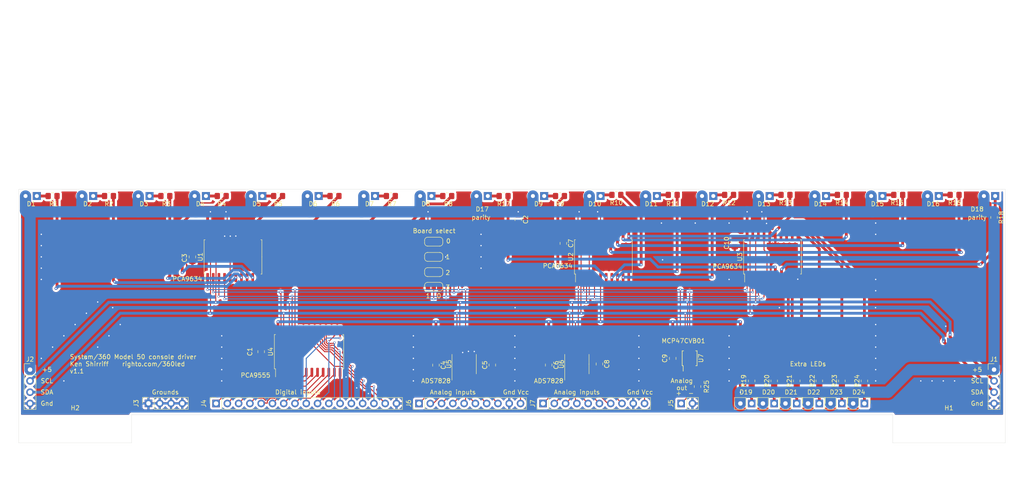
<source format=kicad_pcb>
(kicad_pcb (version 20211014) (generator pcbnew)
  (layers (0 "F.Cu" signal) (31 "B.Cu" signal) (34 "B.Paste" user) (35 "F.Paste" user) (36 "B.SilkS" user "B.Silkscreen") (37 "F.SilkS" user "F.Silkscreen") (38 "B.Mask" user) (39 "F.Mask" user) (44 "Edge.Cuts" user))
  (net 0 "")
  (net 1 "/SCL")
  (net 2 "/SDA")
  (net 3 "Net-(C5-Pad1)")
  (net 4 "Net-(C8-Pad1)")
  (net 5 "Net-(D1-Pad1)")
  (net 6 "Net-(D2-Pad1)")
  (net 7 "Net-(D3-Pad1)")
  (net 8 "Net-(D4-Pad1)")
  (net 9 "Net-(D5-Pad1)")
  (net 10 "Net-(D6-Pad1)")
  (net 11 "Net-(D7-Pad1)")
  (net 12 "Net-(D8-Pad1)")
  (net 13 "Net-(D9-Pad1)")
  (net 14 "Net-(D10-Pad1)")
  (net 15 "Net-(D11-Pad1)")
  (net 16 "Net-(D12-Pad1)")
  (net 17 "Net-(D13-Pad1)")
  (net 18 "Net-(D14-Pad1)")
  (net 19 "Net-(D15-Pad1)")
  (net 20 "Net-(D16-Pad1)")
  (net 21 "Net-(D17-Pad1)")
  (net 22 "Net-(D18-Pad1)")
  (net 23 "Net-(D19-Pad1)")
  (net 24 "Net-(D20-Pad1)")
  (net 25 "Net-(D21-Pad1)")
  (net 26 "Net-(D22-Pad1)")
  (net 27 "Net-(D23-Pad1)")
  (net 28 "Net-(D24-Pad1)")
  (net 29 "Net-(J6-Pad1)")
  (net 30 "Net-(J6-Pad2)")
  (net 31 "Net-(J6-Pad3)")
  (net 32 "Net-(J6-Pad4)")
  (net 33 "Net-(J6-Pad5)")
  (net 34 "Net-(J6-Pad6)")
  (net 35 "Net-(J6-Pad7)")
  (net 36 "Net-(J6-Pad8)")
  (net 37 "Net-(J5-Pad1)")
  (net 38 "Net-(R1-Pad2)")
  (net 39 "Net-(R2-Pad2)")
  (net 40 "Net-(R3-Pad2)")
  (net 41 "Net-(R4-Pad2)")
  (net 42 "Net-(R5-Pad2)")
  (net 43 "Net-(R6-Pad2)")
  (net 44 "Net-(R7-Pad2)")
  (net 48 "Net-(R8-Pad2)")
  (net 49 "Net-(R9-Pad2)")
  (net 50 "Net-(R10-Pad2)")
  (net 51 "Net-(R11-Pad2)")
  (net 52 "Net-(R12-Pad2)")
  (net 53 "Net-(R13-Pad2)")
  (net 54 "Net-(R14-Pad2)")
  (net 55 "Net-(R15-Pad2)")
  (net 56 "Net-(R16-Pad2)")
  (net 57 "Net-(R17-Pad2)")
  (net 58 "Net-(R18-Pad2)")
  (net 59 "Net-(R19-Pad2)")
  (net 60 "Net-(R20-Pad2)")
  (net 61 "Net-(R21-Pad2)")
  (net 62 "Net-(R22-Pad2)")
  (net 63 "Net-(R23-Pad2)")
  (net 64 "Net-(R24-Pad2)")
  (net 65 "Net-(R25-Pad2)")
  (net 66 "Net-(U6-Pad1)")
  (net 67 "Net-(U6-Pad2)")
  (net 68 "Net-(U6-Pad3)")
  (net 69 "Net-(U6-Pad4)")
  (net 70 "Net-(U6-Pad5)")
  (net 71 "Net-(U6-Pad6)")
  (net 72 "Net-(U6-Pad7)")
  (net 73 "Net-(U6-Pad8)")
  (net 74 "/+5V")
  (net 75 "/GND")
  (net 76 "Net-(U4-Pad4)")
  (net 77 "Net-(U4-Pad5)")
  (net 78 "Net-(U4-Pad6)")
  (net 79 "Net-(U4-Pad7)")
  (net 80 "Net-(U4-Pad8)")
  (net 81 "Net-(U4-Pad9)")
  (net 82 "Net-(U4-Pad10)")
  (net 83 "Net-(U4-Pad11)")
  (net 84 "Net-(U4-Pad13)")
  (net 85 "Net-(U4-Pad14)")
  (net 86 "Net-(U4-Pad15)")
  (net 87 "Net-(U4-Pad16)")
  (net 88 "Net-(U4-Pad17)")
  (net 89 "Net-(U4-Pad18)")
  (net 90 "Net-(U4-Pad19)")
  (net 91 "Net-(U4-Pad20)")
  (net 92 "/B0")
  (net 93 "/B2")
  (net 94 "/B1")
  (net 95 "/B3")
  (footprint "Capacitor_SMD:C_0805_2012Metric_Pad1.18x1.45mm_HandSolder" (layer "F.Cu") (at 137.922 32.238 -90)
    (fp_text reference "C2")
    (fp_text value "C_Small")
  )
  (footprint "Capacitor_SMD:C_0805_2012Metric_Pad1.18x1.45mm_HandSolder" (layer "F.Cu") (at 64.516 40.64 -90)
    (fp_text reference "C3")
    (fp_text value "C_Small")
  )
  (footprint "Capacitor_SMD:C_0805_2012Metric_Pad1.18x1.45mm_HandSolder" (layer "F.Cu") (at 148.082 37.592 -90)
    (fp_text reference "C7")
    (fp_text value "C_Small")
  )
  (footprint "Capacitor_SMD:C_0805_2012Metric_Pad1.18x1.45mm_HandSolder" (layer "F.Cu") (at 186.69 37.338 -90)
    (fp_text reference "C10")
    (fp_text value "C_Small")
  )
  (footprint "Library:LED_D3.0mm-nosilk" (layer "F.Cu") (at 29.464 26.924 180)
    (fp_text reference "D1")
    (fp_text value "LED")
  )
  (footprint "Library:LED_D3.0mm-nosilk" (layer "F.Cu") (at 42.164 26.924 180)
    (fp_text reference "D2")
    (fp_text value "LED")
  )
  (footprint "Library:LED_D3.0mm-nosilk" (layer "F.Cu") (at 54.864 26.924 180)
    (fp_text reference "D3")
    (fp_text value "LED")
  )
  (footprint "Library:LED_D3.0mm-nosilk" (layer "F.Cu") (at 67.564 26.924 180)
    (fp_text reference "D4")
    (fp_text value "LED")
  )
  (footprint "Library:LED_D3.0mm-nosilk" (layer "F.Cu") (at 80.264 26.924 180)
    (fp_text reference "D5")
    (fp_text value "LED")
  )
  (footprint "Library:LED_D3.0mm-nosilk" (layer "F.Cu") (at 92.964 26.924 180)
    (fp_text reference "D6")
    (fp_text value "LED")
  )
  (footprint "Library:LED_D3.0mm-nosilk" (layer "F.Cu") (at 105.664 26.924 180)
    (fp_text reference "D7")
    (fp_text value "LED")
  )
  (footprint "Library:LED_D3.0mm-nosilk" (layer "F.Cu") (at 156.464 26.924 180)
    (fp_text reference "D10")
    (fp_text value "LED")
  )
  (footprint "Library:LED_D3.0mm-nosilk" (layer "F.Cu") (at 169.164 26.924 180)
    (fp_text reference "D11")
    (fp_text value "LED")
  )
  (footprint "Library:LED_D3.0mm-nosilk" (layer "F.Cu") (at 181.864 26.924 180)
    (fp_text reference "D12")
    (fp_text value "LED")
  )
  (footprint "Library:LED_D3.0mm-nosilk" (layer "F.Cu") (at 207.264 26.924 180)
    (fp_text reference "D14")
    (fp_text value "LED")
  )
  (footprint "Library:LED_D3.0mm-nosilk" (layer "F.Cu") (at 219.964 26.924 180)
    (fp_text reference "D15")
    (fp_text value "LED")
  )
  (footprint "Library:LED_D3.0mm-nosilk" (layer "F.Cu") (at 232.664 26.924 180)
    (fp_text reference "D16")
    (fp_text value "LED")
  )
  (footprint "Library:LED_D3.0mm-nosilk" (layer "F.Cu") (at 245.364 26.924 180)
    (fp_text reference "D18")
    (fp_text value "LED")
  )
  (footprint "Connector_PinHeader_2.54mm:PinHeader_1x02_P2.54mm_Vertical" (layer "F.Cu") (at 195.58 73.66 -90)
    (fp_text reference "D20")
    (fp_text value "LED")
  )
  (footprint "Connector_PinHeader_2.54mm:PinHeader_1x02_P2.54mm_Vertical" (layer "F.Cu") (at 200.66 73.66 -90)
    (fp_text reference "D21")
    (fp_text value "LED")
  )
  (footprint "Connector_PinHeader_2.54mm:PinHeader_1x02_P2.54mm_Vertical" (layer "F.Cu") (at 205.74 73.66 -90)
    (fp_text reference "D22")
    (fp_text value "LED")
  )
  (footprint "Connector_PinHeader_2.54mm:PinHeader_1x02_P2.54mm_Vertical" (layer "F.Cu") (at 210.82 73.66 -90)
    (fp_text reference "D23")
    (fp_text value "LED")
  )
  (footprint "Library:PinHeader_1x04_P2.54mm_Vertical_mirrored" (layer "F.Cu") (at 27.94 66.04)
    (fp_text reference "J2")
    (fp_text value "Conn_01x04_Male")
  )
  (footprint "Jumper:SolderJumper-3_P1.3mm_Open_RoundedPad1.0x1.5mm_NumberLabels" (layer "F.Cu") (at 118.872 37.211 180)
    (fp_text reference "JP1" hide)
    (fp_text value "0")
  )
  (footprint "Jumper:SolderJumper-3_P1.3mm_Open_RoundedPad1.0x1.5mm_NumberLabels" (layer "F.Cu") (at 118.872 44.069 180)
    (fp_text reference "JP2" hide)
    (fp_text value "2")
  )
  (footprint "Jumper:SolderJumper-3_P1.3mm_Open_RoundedPad1.0x1.5mm_NumberLabels" (layer "F.Cu") (at 118.872 40.64 180)
    (fp_text reference "JP3" hide)
    (fp_text value "1")
  )
  (footprint "Jumper:SolderJumper-3_P1.3mm_Open_RoundedPad1.0x1.5mm_NumberLabels" (layer "F.Cu") (at 118.872 47.371 180)
    (fp_text reference "JP4" hide)
    (fp_text value "3")
  )
  (footprint "Resistor_SMD:R_0805_2012Metric_Pad1.20x1.40mm_HandSolder" (layer "F.Cu") (at 45.72 26.924)
    (fp_text reference "R2")
    (fp_text value "R_Small_US")
  )
  (footprint "Resistor_SMD:R_0805_2012Metric_Pad1.20x1.40mm_HandSolder" (layer "F.Cu") (at 71.12 26.924)
    (fp_text reference "R4")
    (fp_text value "R_Small_US")
  )
  (footprint "Resistor_SMD:R_0805_2012Metric_Pad1.20x1.40mm_HandSolder" (layer "F.Cu") (at 83.82 26.924)
    (fp_text reference "R5")
    (fp_text value "R_Small_US")
  )
  (footprint "Resistor_SMD:R_0805_2012Metric_Pad1.20x1.40mm_HandSolder" (layer "F.Cu") (at 96.52 26.924)
    (fp_text reference "R6")
    (fp_text value "R_Small_US")
  )
  (footprint "Resistor_SMD:R_0805_2012Metric_Pad1.20x1.40mm_HandSolder" (layer "F.Cu") (at 109.22 26.924)
    (fp_text reference "R7")
    (fp_text value "R_Small_US")
  )
  (footprint "Resistor_SMD:R_0805_2012Metric_Pad1.20x1.40mm_HandSolder" (layer "F.Cu") (at 121.92 26.924)
    (fp_text reference "R8")
    (fp_text value "R_Small_US")
  )
  (footprint "Resistor_SMD:R_0805_2012Metric_Pad1.20x1.40mm_HandSolder" (layer "F.Cu") (at 147.32 26.924)
    (fp_text reference "R9")
    (fp_text value "R_Small_US")
  )
  (footprint "Resistor_SMD:R_0805_2012Metric_Pad1.20x1.40mm_HandSolder" (layer "F.Cu") (at 160.02 26.67)
    (fp_text reference "R10")
    (fp_text value "R_Small_US")
  )
  (footprint "Resistor_SMD:R_0805_2012Metric_Pad1.20x1.40mm_HandSolder" (layer "F.Cu") (at 172.72 26.67)
    (fp_text reference "R11")
    (fp_text value "R_Small_US")
  )
  (footprint "Resistor_SMD:R_0805_2012Metric_Pad1.20x1.40mm_HandSolder" (layer "F.Cu") (at 185.42 26.67)
    (fp_text reference "R12")
    (fp_text value "R_Small_US")
  )
  (footprint "Resistor_SMD:R_0805_2012Metric_Pad1.20x1.40mm_HandSolder" (layer "F.Cu") (at 198.12 26.67)
    (fp_text reference "R13")
    (fp_text value "R_Small_US")
  )
  (footprint "Resistor_SMD:R_0805_2012Metric_Pad1.20x1.40mm_HandSolder" (layer "F.Cu") (at 210.82 26.67)
    (fp_text reference "R14")
    (fp_text value "R_Small_US")
  )
  (footprint "Resistor_SMD:R_0805_2012Metric_Pad1.20x1.40mm_HandSolder" (layer "F.Cu") (at 223.52 26.67)
    (fp_text reference "R15")
    (fp_text value "R_Small_US")
  )
  (footprint "Resistor_SMD:R_0805_2012Metric_Pad1.20x1.40mm_HandSolder" (layer "F.Cu") (at 236.22 26.67)
    (fp_text reference "R16")
    (fp_text value "R_Small_US")
  )
  (footprint "Resistor_SMD:R_0805_2012Metric_Pad1.20x1.40mm_HandSolder" (layer "F.Cu") (at 134.62 26.924)
    (fp_text reference "R17")
    (fp_text value "R_Small_US")
  )
  (footprint "Resistor_SMD:R_0805_2012Metric_Pad1.20x1.40mm_HandSolder" (layer "F.Cu") (at 245.11 31.75 -90)
    (fp_text reference "R18")
    (fp_text value "R_Small_US")
  )
  (footprint "Resistor_SMD:R_0805_2012Metric_Pad1.20x1.40mm_HandSolder" (layer "F.Cu") (at 195.58 68.58 90)
    (fp_text reference "R20")
    (fp_text value "R_Small_US")
  )
  (footprint "Resistor_SMD:R_0805_2012Metric_Pad1.20x1.40mm_HandSolder" (layer "F.Cu") (at 200.66 68.58 90)
    (fp_text reference "R21")
    (fp_text value "R_Small_US")
  )
  (footprint "Resistor_SMD:R_0805_2012Metric_Pad1.20x1.40mm_HandSolder" (layer "F.Cu") (at 205.74 68.58 90)
    (fp_text reference "R22")
    (fp_text value "R_Small_US")
  )
  (footprint "Resistor_SMD:R_0805_2012Metric_Pad1.20x1.40mm_HandSolder" (layer "F.Cu") (at 210.82 68.58 90)
    (fp_text reference "R23")
    (fp_text value "R_Small_US")
  )
  (footprint "Package_SO:SOIC-20W_7.5x12.8mm_P1.27mm" (layer "F.Cu") (at 73.66 40.64 90)
    (fp_text reference "U1")
    (fp_text value "PCA9634")
  )
  (footprint "Package_SO:SOIC-20W_7.5x12.8mm_P1.27mm" (layer "F.Cu") (at 195.199 40.64 90)
    (fp_text reference "U3")
    (fp_text value "PCA9634")
  )
  (footprint "Library:LED_D3.0mm-nosilk" (layer "F.Cu") (at 194.564 26.924 180)
    (fp_text reference "D13")
    (fp_text value "LED")
  )
  (footprint "Library:LED_D3.0mm-nosilk" (layer "F.Cu") (at 131.064 26.924 180)
    (fp_text reference "D17")
    (fp_text value "LED")
  )
  (footprint "Resistor_SMD:R_0805_2012Metric_Pad1.20x1.40mm_HandSolder" (layer "F.Cu") (at 33.02 26.924)
    (fp_text reference "R1")
    (fp_text value "R_Small_US")
  )
  (footprint "Resistor_SMD:R_0805_2012Metric_Pad1.20x1.40mm_HandSolder" (layer "F.Cu") (at 58.42 26.924)
    (fp_text reference "R3")
    (fp_text value "R_Small_US")
  )
  (footprint "Library:LED_D3.0mm-nosilk" (layer "F.Cu") (at 118.364 26.924 180)
    (fp_text reference "D8")
    (fp_text value "LED")
  )
  (footprint "Resistor_SMD:R_0805_2012Metric_Pad1.20x1.40mm_HandSolder" (layer "F.Cu") (at 190.5 68.58 90)
    (fp_text reference "R19")
    (fp_text value "R_Small_US")
  )
  (footprint "Connector_PinHeader_2.54mm:PinHeader_1x02_P2.54mm_Vertical" (layer "F.Cu") (at 190.5 73.66 -90)
    (fp_text reference "D19")
    (fp_text value "LED")
  )
  (footprint "MountingHole:MountingHole_3.7mm" (layer "F.Cu") (at 234.95 79.375)
    (fp_text reference "H1")
    (fp_text value "MountingHole")
  )
  (footprint "MountingHole:MountingHole_3.7mm" (layer "F.Cu") (at 38.1 79.375)
    (fp_text reference "H2")
    (fp_text value "MountingHole")
  )
  (footprint "Package_SO:SOIC-20W_7.5x12.8mm_P1.27mm" (layer "F.Cu") (at 157.099 40.64 90)
    (fp_text reference "U2")
    (fp_text value "PCA9634")
  )
  (footprint "Connector_PinHeader_2.54mm:PinHeader_1x02_P2.54mm_Vertical" (layer "F.Cu") (at 215.9 73.66 -90)
    (fp_text reference "D24")
    (fp_text value "LED")
  )
  (footprint "Resistor_SMD:R_0805_2012Metric_Pad1.20x1.40mm_HandSolder" (layer "F.Cu") (at 215.9 68.58 90)
    (fp_text reference "R24")
    (fp_text value "R_Small_US")
  )
  (footprint "Library:LED_D3.0mm-nosilk" (layer "F.Cu") (at 143.764 26.924 180)
    (fp_text reference "D9")
    (fp_text value "LED")
  )
  (footprint "Library:PinHeader_1x04_P2.54mm_Vertical_mirrored" (layer "F.Cu") (at 245.11 66.04)
    (fp_text reference "J1")
    (fp_text value "Conn_01x04_Male")
  )
  (footprint "Connector_PinSocket_2.54mm:PinSocket_1x17_P2.54mm_Vertical" (layer "F.Cu") (at 69.85 73.66 90)
    (fp_text reference "J4")
    (fp_text value "Conn_01x17")
  )
  (footprint "Capacitor_SMD:C_0805_2012Metric_Pad1.18x1.45mm_HandSolder" (layer "F.Cu") (at 119.38 65.0275 -90)
    (fp_text reference "C4")
    (fp_text value "C_Small")
  )
  (footprint "Package_SO:SOIC-24W_7.5x15.4mm_P1.27mm" (layer "F.Cu") (at 90.795 61.9975 90)
    (fp_text reference "U4")
    (fp_text value "PCA9555D")
  )
  (footprint "Package_SO:TSSOP-16_4.4x5mm_P0.65mm" (layer "F.Cu") (at 125.73 64.795 90)
    (fp_text reference "U5")
    (fp_text value "ADS7828")
  )
  (footprint "Connector_PinHeader_2.54mm:PinHeader_1x02_P2.54mm_Vertical" (layer "F.Cu") (at 174.625 73.66 90)
    (fp_text reference "J5")
    (fp_text value "Conn_01x02")
  )
  (footprint "Connector_PinSocket_2.54mm:PinSocket_1x04_P2.54mm_Vertical" (layer "F.Cu") (at 54.62 73.635 90)
    (fp_text reference "J3")
    (fp_text value "Conn_01x04")
  )
  (footprint "Capacitor_SMD:C_0805_2012Metric_Pad1.18x1.45mm_HandSolder" (layer "F.Cu") (at 156.21 64.77 -90)
    (fp_text reference "C8")
    (fp_text value "C_Small")
  )
  (footprint "Connector_PinHeader_2.54mm:PinHeader_1x10_P2.54mm_Vertical" (layer "F.Cu") (at 115.57 73.66 90)
    (fp_text reference "J6")
    (fp_text value "Conn_01x10")
  )
  (footprint "Resistor_SMD:R_0805_2012Metric_Pad1.20x1.40mm_HandSolder" (layer "F.Cu") (at 178.308 69.85 90)
    (fp_text reference "R25")
    (fp_text value "4.7K")
  )
  (footprint "Capacitor_SMD:C_0805_2012Metric_Pad1.18x1.45mm_HandSolder" (layer "F.Cu") (at 80.01 61.9975 -90)
    (fp_text reference "C1")
    (fp_text value "C_Small")
  )
  (footprint "Capacitor_SMD:C_0805_2012Metric_Pad1.18x1.45mm_HandSolder" (layer "F.Cu") (at 144.78 65.0025 -90)
    (fp_text reference "C6")
    (fp_text value "C_Small")
  )
  (footprint "Package_SO:MSOP-10_3x3mm_P0.5mm" (layer "F.Cu") (at 176.53 63.475 90)
    (fp_text reference "U7")
    (fp_text value "MCP47CVB01")
  )
  (footprint "Connector_PinHeader_2.54mm:PinHeader_1x10_P2.54mm_Vertical" (layer "F.Cu") (at 143.51 73.66 90)
    (fp_text reference "J7")
    (fp_text value "Conn_01x10")
  )
  (footprint "Capacitor_SMD:C_0805_2012Metric_Pad1.18x1.45mm_HandSolder" (layer "F.Cu") (at 172.72 63.5 -90)
    (fp_text reference "C9")
    (fp_text value "C_Small")
  )
  (footprint "Package_SO:TSSOP-16_4.4x5mm_P0.65mm" (layer "F.Cu") (at 151.13 64.795 90)
    (fp_text reference "U6")
    (fp_text value "ADS7828")
  )
  (footprint "Capacitor_SMD:C_0805_2012Metric_Pad1.18x1.45mm_HandSolder" (layer "F.Cu") (at 132.08 65.0025 90)
    (fp_text reference "C5")
    (fp_text value "C_Small")
  )
  (gr_line (start 50.8 82.55) (end 25.4 82.55) (layer "Edge.Cuts") (width 0.05))
  (gr_line (start 247.65 25.4) (end 247.65 82.55) (layer "Edge.Cuts") (width 0.05))
  (gr_line (start 247.65 82.55) (end 222.25 82.55) (layer "Edge.Cuts") (width 0.05))
  (gr_line (start 222.25 76.2) (end 50.8 76.2) (layer "Edge.Cuts") (width 0.05))
  (gr_line (start 25.4 82.55) (end 25.4 25.4) (layer "Edge.Cuts") (width 0.05))
  (gr_line (start 25.4 25.4) (end 247.65 25.4) (layer "Edge.Cuts") (width 0.05))
  (gr_line (start 222.25 82.55) (end 222.25 76.2) (layer "Edge.Cuts") (width 0.05))
  (gr_line (start 50.8 76.2) (end 50.8 82.55) (layer "Edge.Cuts") (width 0.05))
  (gr_text "PCA9634" (at 146.812 42.672) (layer "F.SilkS") (effects (font (size 1 1))))
  (gr_text "PCA9634" (at 185.039 42.799) (layer "F.SilkS") (effects (font (size 1 1))))
  (gr_text "SCL" (at 31.75 68.58) (layer "F.SilkS") (effects (font (size 1 1))))
  (gr_text "Gnd" (at 135.89 71.12) (layer "F.SilkS") (effects (font (size 1 1))))
  (gr_text "1  0" (at 118.8212 49.4284) (layer "F.SilkS") (effects (font (size 1 1))))
  (gr_text "Board select\n" (at 118.9736 34.7726) (layer "F.SilkS") (effects (font (size 1 1))))
  (gr_text "Gnd" (at 163.83 71.12) (layer "F.SilkS") (effects (font (size 1 1))))
  (gr_text "Vcc" (at 167.005 71.12) (layer "F.SilkS") (effects (font (size 1 1))))
  (gr_text "Grounds\n" (at 58.42 71.12) (layer "F.SilkS") (effects (font (size 1 1))))
  (gr_text "SDA" (at 241.3 71.12) (layer "F.SilkS") (effects (font (size 1 1))))
  (gr_text "PCA9634" (at 63.373 45.593) (layer "F.SilkS") (effects (font (size 1 1))))
  (gr_text "+5" (at 241.3 66.04) (layer "F.SilkS") (effects (font (size 1 1))))
  (gr_text "PCA9555" (at 78.74 67.31) (layer "F.SilkS") (effects (font (size 1 1))))
  (gr_text "System/360 Model 50 console driver\nKen Shirriff    righto.com/360led\nv1.1" (at 36.83 64.77) (layer "F.SilkS") (effects (font (size 1 1)) (justify left)))
  (gr_text "MCP47CVB01" (at 175.133 59.563) (layer "F.SilkS") (effects (font (size 1 1))))
  (gr_text "SDA" (at 31.75 71.12) (layer "F.SilkS") (effects (font (size 1 1))))
  (gr_text "parity\n" (at 241.3 31.75) (layer "F.SilkS") (effects (font (size 1 1))))
  (gr_text "Analog\nout" (at 174.752 69.342) (layer "F.SilkS") (effects (font (size 1 1))))
  (gr_text "Extra LEDs" (at 203.2 64.77) (layer "F.SilkS") (effects (font (size 1 1))))
  (gr_text "Digital inputs" (at 88.265 71.12) (layer "F.SilkS") (effects (font (size 1 1))))
  (gr_text "Analog inputs" (at 151.13 71.12) (layer "F.SilkS") (effects (font (size 1 1))))
  (gr_text "Gnd" (at 241.3 73.66) (layer "F.SilkS") (effects (font (size 1 1))))
  (gr_text "Vcc" (at 139.065 71.12) (layer "F.SilkS") (effects (font (size 1 1))))
  (gr_text "Analog inputs" (at 123.19 71.12) (layer "F.SilkS") (effects (font (size 1 1))))
  (gr_text "ADS7828" (at 144.78 68.58) (layer "F.SilkS") (effects (font (size 1 1))))
  (gr_text "+5" (at 31.75 66.04) (layer "F.SilkS") (effects (font (size 1 1))))
  (gr_text "Gnd" (at 31.75 73.66) (layer "F.SilkS") (effects (font (size 1 1))))
  (gr_text "ADS7828" (at 119.38 68.58) (layer "F.SilkS") (effects (font (size 1 1))))
  (gr_text "parity\n" (at 129.54 31.75) (layer "F.SilkS") (effects (font (size 1 1))))
  (gr_text "+  -\n" (at 175.4632 71.3232) (layer "F.SilkS") (effects (font (size 1 1))))
  (gr_text "SCL" (at 241.3 68.58) (layer "F.SilkS") (effects (font (size 1 1))))
  (segment (start 150.155 61.9325) (end 150.155 50.9914) (width 0.2286) (layer "F.Cu") (net 1))
  (segment (start 124.755 61.9325) (end 124.755 51.0384) (width 0.2286) (layer "F.Cu") (net 1))
  (segment (start 69.836519 36.638481) (end 69.836519 47.417921) (width 0.2286) (layer "F.Cu") (net 1))
  (segment (start 69.836519 47.417921) (end 69.7748 47.47964) (width 0.2286) (layer "F.Cu") (net 1))
  (segment (start 153.924 43.434) (end 153.203733 44.154267) (width 0.2286) (layer "F.Cu") (net 1))
  (segment (start 153.203733 44.154267) (end 153.30698 44.257514) (width 0.2286) (layer "F.Cu") (net 1))
  (segment (start 150.155 50.9914) (end 150.0388 50.8752) (width 0.2286) (layer "F.Cu") (net 1))
  (segment (start 191.40698 50.78202) (end 191.401557 50.787443) (width 0.2286) (layer "F.Cu") (net 1))
  (segment (start 192.024 35.99) (end 191.40698 36.60702) (width 0.2286) (layer "F.Cu") (net 1))
  (segment (start 176.03 53.647354) (end 176.089571 53.587783) (width 0.2286) (layer "F.Cu") (net 1))
  (segment (start 176.089571 50.918014) (end 175.959 50.787443) (width 0.2286) (layer "F.Cu") (net 1))
  (segment (start 235.204 58.674) (end 235.204 58.166) (width 0.635) (layer "F.Cu") (net 1))
  (segment (start 86.35 57.3475) (end 86.35 50.9604) (width 0.2286) (layer "F.Cu") (net 1))
  (segment (start 70.485 35.99) (end 69.836519 36.638481) (width 0.2286) (layer "F.Cu") (net 1))
  (segment (start 69.7748 47.47964) (end 69.7748 50.8752) (width 0.2286) (layer "F.Cu") (net 1))
  (segment (start 176.089571 53.587783) (end 176.089571 50.918014) (width 0.2286) (layer "F.Cu") (net 1))
  (segment (start 153.924 35.99) (end 153.924 43.434) (width 0.2286) (layer "F.Cu") (net 1))
  (segment (start 153.30698 44.257514) (end 153.30698 50.78202) (width 0.2286) (layer "F.Cu") (net 1))
  (segment (start 153.30698 50.78202) (end 153.2138 50.8752) (width 0.2286) (layer "F.Cu") (net 1))
  (segment (start 245.11 68.58) (end 235.204 58.674) (width 0.635) (layer "F.Cu") (net 1))
  (segment (start 124.755 51.0384) (end 124.9182 50.8752) (width 0.2286) (layer "F.Cu") (net 1))
  (segment (start 86.35 50.9604) (end 86.4352 50.8752) (width 0.2286) (layer "F.Cu") (net 1))
  (segment (start 176.03 61.275) (end 176.03 53.647354) (width 0.2286) (layer "F.Cu") (net 1))
  (segment (start 191.40698 36.60702) (end 191.40698 50.78202) (width 0.2286) (layer "F.Cu") (net 1))
  (via (at 153.2138 50.8752) (size 0.508) (drill 0.3) (layers "F.Cu" "B.Cu") (net 1))
  (via (at 191.401557 50.787443) (size 0.508) (drill 0.3) (layers "F.Cu" "B.Cu") (net 1))
  (via (at 124.9182 50.8752) (size 0.508) (drill 0.3) (layers "F.Cu" "B.Cu") (net 1))
  (via (at 86.4352 50.8752) (size 0.508) (drill 0.3) (layers "F.Cu" "B.Cu") (net 1))
  (via (at 150.0388 50.8752) (size 0.508) (drill 0.3) (layers "F.Cu" "B.Cu") (net 1))
  (via (at 69.7748 50.8752) (size 0.508) (drill 0.3) (layers "F.Cu" "B.Cu") (net 1))
  (via (at 175.959 50.787443) (size 0.508) (drill 0.3) (layers "F.Cu" "B.Cu") (net 1))
  (via (at 235.204 58.166) (size 0.508) (drill 0.3) (layers "F.Cu" "B.Cu") (net 1))
  (segment (start 235.204 58.166) (end 235.204 55.269424) (width 0.635) (layer "B.Cu") (net 1))
  (segment (start 153.2138 50.8752) (end 154.77822 50.8752) (width 0.635) (layer "B.Cu") (net 1))
  (segment (start 191.401557 50.787443) (end 175.959 50.787443) (width 0.635) (layer "B.Cu") (net 1))
  (segment (start 155.497879 50.787443) (end 175.959 50.787443) (width 0.635) (layer "B.Cu") (net 1))
  (segment (start 155.417612 50.86771) (end 155.497879 50.787443) (width 0.635) (layer "B.Cu") (net 1))
  (segment (start 27.94 68.58) (end 45.6448 50.8752) (width 0.635) (layer "B.Cu") (net 1))
  (segment (start 124.9182 50.8752) (end 150.0388 50.8752) (width 0.635) (layer "B.Cu") (net 1))
  (segment (start 45.6448 50.8752) (end 124.9182 50.8752) (width 0.635) (layer "B.Cu") (net 1))
  (segment (start 230.722019 50.787443) (end 191.401557 50.787443) (width 0.635) (layer "B.Cu") (net 1))
  (segment (start 154.77822 50.8752) (end 154.78571 50.86771) (width 0.635) (layer "B.Cu") (net 1))
  (segment (start 154.78571 50.86771) (end 155.417612 50.86771) (width 0.635) (layer "B.Cu") (net 1))
  (segment (start 235.204 55.269424) (end 230.722019 50.787443) (width 0.635) (layer "B.Cu") (net 1))
  (segment (start 150.0388 50.8752) (end 153.2138 50.8752) (width 0.635) (layer "B.Cu") (net 1))
  (segment (start 245.11 71.12) (end 233.934 59.944) (width 0.635) (layer "F.Cu") (net 2))
  (segment (start 152.080135 36.563865) (end 152.080135 43.672538) (width 0.2286) (layer "F.Cu") (net 2))
  (segment (start 152.03698 43.715693) (end 152.03698 53.23098) (width 0.2286) (layer "F.Cu") (net 2))
  (segment (start 85.08 57.3475) (end 85.08 53.33) (width 0.2286) (layer "F.Cu") (net 2))
  (segment (start 69.215 35.99) (end 68.59798 36.60702) (width 0.2286) (layer "F.Cu") (net 2))
  (segment (start 124.105 61.9325) (end 124.105 53.3394) (width 0.2286) (layer "F.Cu") (net 2))
  (segment (start 175.53 61.275) (end 175.53 53.356) (width 0.2286) (layer "F.Cu") (net 2))
  (segment (start 190.754 35.99) (end 190.13698 36.60702) (width 0.2286) (layer "F.Cu") (net 2))
  (segment (start 68.59798 36.60702) (end 68.59798 53.24582) (width 0.2286) (layer "F.Cu") (net 2))
  (segment (start 152.03698 53.23098) (end 152.146 53.34) (width 0.2286) (layer "F.Cu") (net 2))
  (segment (start 152.654 35.99) (end 152.080135 36.563865) (width 0.2286) (layer "F.Cu") (net 2))
  (segment (start 190.13698 53.23098) (end 190.246 53.34) (width 0.2286) (layer "F.Cu") (net 2))
  (segment (start 233.934 59.944) (end 233.934 59.436) (width 0.635) (layer "F.Cu") (net 2))
  (segment (start 190.13698 36.60702) (end 190.13698 53.23098) (width 0.2286) (layer "F.Cu") (net 2))
  (segment (start 152.080135 43.672538) (end 152.03698 43.715693) (width 0.2286) (layer "F.Cu") (net 2))
  (segment (start 149.505 61.9325) (end 149.505 53.239) (width 0.2286) (layer "F.Cu") (net 2))
  (segment (start 68.59798 53.24582) (end 68.5038 53.34) (width 0.2286) (layer "F.Cu") (net 2))
  (via (at 149.505 53.239) (size 0.508) (drill 0.3) (layers "F.Cu" "B.Cu") (net 2))
  (via (at 190.246 53.34) (size 0.508) (drill 0.3) (layers "F.Cu" "B.Cu") (net 2))
  (via (at 68.5038 53.34) (size 0.508) (drill 0.3) (layers "F.Cu" "B.Cu") (net 2))
  (via (at 175.53 53.356) (size 0.508) (drill 0.3) (layers "F.Cu" "B.Cu") (net 2))
  (via (at 152.146 53.34) (size 0.508) (drill 0.3) (layers "F.Cu" "B.Cu") (net 2))
  (via (at 124.105 53.3394) (size 0.508) (drill 0.3) (layers "F.Cu" "B.Cu") (net 2))
  (via (at 85.08 53.33) (size 0.508) (drill 0.3) (layers "F.Cu" "B.Cu") (net 2))
  (via (at 233.68 59.69) (size 0.508) (drill 0.3) (layers "F.Cu" "B.Cu") (net 2))
  (segment (start 68.5038 53.34) (end 152.146 53.34) (width 0.635) (layer "B.Cu") (net 2))
  (segment (start 228.6 53.34) (end 233.68 58.42) (width 0.635) (layer "B.Cu") (net 2))
  (segment (start 190.246 53.34) (end 228.6 53.34) (width 0.635) (layer "B.Cu") (net 2))
  (segment (start 27.94 71.12) (end 30.48 71.12) (width 0.635) (layer "B.Cu") (net 2))
  (segment (start 233.68 58.42) (end 233.68 59.69) (width 0.635) (layer "B.Cu") (net 2))
  (segment (start 30.48 71.12) (end 48.26 53.34) (width 0.635) (layer "B.Cu") (net 2))
  (segment (start 152.146 53.34) (end 190.246 53.34) (width 0.635) (layer "B.Cu") (net 2))
  (segment (start 48.26 53.34) (end 68.5038 53.34) (width 0.635) (layer "B.Cu") (net 2))
  (segment (start 130.785245 66.04) (end 127.355 62.609755) (width 0.2286) (layer "F.Cu") (net 3))
  (segment (start 132.08 66.04) (end 130.785245 66.04) (width 0.2286) (layer "F.Cu") (net 3))
  (segment (start 127.355 62.609755) (end 127.355 61.9325) (width 0.2286) (layer "F.Cu") (net 3))
  (segment (start 156.21 63.7325) (end 153.877745 63.7325) (width 0.2286) (layer "F.Cu") (net 4))
  (segment (start 152.755 62.609755) (end 152.755 61.9325) (width 0.2286) (layer "F.Cu") (net 4))
  (segment (start 153.877745 63.7325) (end 152.755 62.609755) (width 0.2286) (layer "F.Cu") (net 4))
  (segment (start 32.02 26.924) (end 29.464 26.924) (width 0.635) (layer "F.Cu") (net 5))
  (segment (start 44.72 26.924) (end 42.164 26.924) (width 0.635) (layer "F.Cu") (net 6))
  (segment (start 57.42 26.924) (end 54.864 26.924) (width 0.635) (layer "F.Cu") (net 7))
  (segment (start 70.12 26.924) (end 67.564 26.924) (width 0.635) (layer "F.Cu") (net 8))
  (segment (start 82.82 26.924) (end 80.264 26.924) (width 0.635) (layer "F.Cu") (net 9))
  (segment (start 95.52 26.924) (end 92.964 26.924) (width 0.635) (layer "F.Cu") (net 10))
  (segment (start 108.22 26.924) (end 105.664 26.924) (width 0.635) (layer "F.Cu") (net 11))
  (segment (start 120.92 26.924) (end 118.364 26.924) (width 0.635) (layer "F.Cu") (net 12))
  (segment (start 146.32 26.924) (end 143.764 26.924) (width 0.635) (layer "F.Cu") (net 13))
  (segment (start 159.02 26.67) (end 156.718 26.67) (width 0.635) (layer "F.Cu") (net 14))
  (segment (start 156.718 26.67) (end 156.464 26.924) (width 0.635) (layer "F.Cu") (net 14))
  (segment (start 169.418 26.67) (end 169.164 26.924) (width 0.635) (layer "F.Cu") (net 15))
  (segment (start 171.72 26.67) (end 169.418 26.67) (width 0.635) (layer "F.Cu") (net 15))
  (segment (start 184.42 26.67) (end 182.118 26.67) (width 0.635) (layer "F.Cu") (net 16))
  (segment (start 182.118 26.67) (end 181.864 26.924) (width 0.635) (layer "F.Cu") (net 16))
  (segment (start 194.818 26.67) (end 194.564 26.924) (width 0.635) (layer "F.Cu") (net 17))
  (segment (start 197.12 26.67) (end 194.818 26.67) (width 0.635) (layer "F.Cu") (net 17))
  (segment (start 207.518 26.67) (end 207.264 26.924) (width 0.635) (layer "F.Cu") (net 18))
  (segment (start 209.82 26.67) (end 207.518 26.67) (width 0.635) (layer "F.Cu") (net 18))
  (segment (start 220.218 26.67) (end 219.964 26.924) (width 0.635) (layer "F.Cu") (net 19))
  (segment (start 222.52 26.67) (end 220.218 26.67) (width 0.635) (layer "F.Cu") (net 19))
  (segment (start 232.918 26.67) (end 232.664 26.924) (width 0.635) (layer "F.Cu") (net 20))
  (segment (start 235.22 26.67) (end 232.918 26.67) (width 0.635) (layer "F.Cu") (net 20))
  (segment (start 133.62 26.924) (end 131.064 26.924) (width 0.635) (layer "F.Cu") (net 21))
  (segment (start 245.364 30.496) (end 245.11 30.75) (width 0.635) (layer "F.Cu") (net 22))
  (segment (start 245.364 26.924) (end 245.364 30.496) (width 0.635) (layer "F.Cu") (net 22))
  (segment (start 190.5 73.66) (end 190.5 69.58) (width 0.635) (layer "F.Cu") (net 23))
  (segment (start 195.58 73.66) (end 195.58 69.58) (width 0.635) (layer "F.Cu") (net 24))
  (segment (start 200.66 73.66) (end 200.66 69.58) (width 0.635) (layer "F.Cu") (net 25))
  (segment (start 205.74 69.58) (end 205.74 73.66) (width 0.635) (layer "F.Cu") (net 26))
  (segment (start 210.82 69.58) (end 210.82 73.66) (width 0.635) (layer "F.Cu") (net 27))
  (segment (start 215.9 69.58) (end 215.9 73.66) (width 0.635) (layer "F.Cu") (net 28))
  (segment (start 121.5725 67.6575) (end 123.455 67.6575) (width 0.2286) (layer "F.Cu") (net 29))
  (segment (start 115.57 73.66) (end 121.5725 67.6575) (width 0.2286) (layer "F.Cu") (net 29))
  (segment (start 124.105 67.6575) (end 124.105 68.334755) (width 0.2286) (layer "F.Cu") (net 30))
  (segment (start 124.105 68.334755) (end 118.779755 73.66) (width 0.2286) (layer "F.Cu") (net 30))
  (segment (start 118.779755 73.66) (end 118.11 73.66) (width 0.2286) (layer "F.Cu") (net 30))
  (segment (start 124.755 67.6575) (end 124.755 69.555) (width 0.2286) (layer "F.Cu") (net 31))
  (segment (start 124.755 69.555) (end 120.65 73.66) (width 0.2286) (layer "F.Cu") (net 31))
  (segment (start 125.405 67.6575) (end 125.405 71.445) (width 0.2286) (layer "F.Cu") (net 32))
  (segment (start 125.405 71.445) (end 123.19 73.66) (width 0.2286) (layer "F.Cu") (net 32))
  (segment (start 126.055 73.335) (end 125.73 73.66) (width 0.2286) (layer "F.Cu") (net 33))
  (segment (start 126.055 67.6575) (end 126.055 73.335) (width 0.2286) (layer "F.Cu") (net 33))
  (segment (start 126.705 72.095) (end 126.705 67.6575) (width 0.2286) (layer "F.Cu") (net 34))
  (segment (start 128.27 73.66) (end 126.705 72.095) (width 0.2286) (layer "F.Cu") (net 34))
  (segment (start 127.355 70.205) (end 130.81 73.66) (width 0.2286) (layer "F.Cu") (net 35))
  (segment (start 127.355 67.6575) (end 127.355 70.205) (width 0.2286) (layer "F.Cu") (net 35))
  (segment (start 133.35 73.66) (end 128.005 68.315) (width 0.2286) (layer "F.Cu") (net 36))
  (segment (start 128.005 68.315) (end 128.005 67.6575) (width 0.2286) (layer "F.Cu") (net 36))
  (segment (start 177.435 70.85) (end 174.625 73.66) (width 0.2286) (layer "F.Cu") (net 37))
  (segment (start 178.308 70.85) (end 177.435 70.85) (width 0.2286) (layer "F.Cu") (net 37))
  (segment (start 34.02 26.924) (end 34.02 47.514) (width 0.635) (layer "F.Cu") (net 38))
  (segment (start 34.02 47.514) (end 33.782 47.752) (width 0.635) (layer "F.Cu") (net 38))
  (via (at 74.295 45.29) (size 0.508) (drill 0.3) (layers "F.Cu" "B.Cu") (net 38))
  (via (at 33.782 47.752) (size 0.508) (drill 0.3) (layers "F.Cu" "B.Cu") (net 38))
  (segment (start 72.00324 47.255659) (end 72.1305 47.382919) (width 0.635) (layer "B.Cu") (net 38))
  (segment (start 72.202081 47.382919) (end 74.295 45.29) (width 0.635) (layer "B.Cu") (net 38))
  (segment (start 34.278341 47.255659) (end 72.00324 47.255659) (width 0.635) (layer "B.Cu") (net 38))
  (segment (start 72.1305 47.382919) (end 72.202081 47.382919) (width 0.635) (layer "B.Cu") (net 38))
  (segment (start 33.782 47.752) (end 34.278341 47.255659) (width 0.635) (layer "B.Cu") (net 38))
  (segment (start 46.72 45.958) (end 46.99 46.228) (width 0.635) (layer "F.Cu") (net 39))
  (segment (start 46.72 26.924) (end 46.72 45.958) (width 0.635) (layer "F.Cu") (net 39))
  (via (at 75.565 45.29) (size 0.508) (drill 0.3) (layers "F.Cu" "B.Cu") (net 39))
  (via (at 46.99 46.228) (size 0.508) (drill 0.3) (layers "F.Cu" "B.Cu") (net 39))
  (segment (start 71.97092 46.429378) (end 73.948009 44.452289) (width 0.635) (layer "B.Cu") (net 39))
  (segment (start 73.948009 44.452289) (end 74.727289 44.452289) (width 0.635) (layer "B.Cu") (net 39))
  (segment (start 74.727289 44.452289) (end 75.565 45.29) (width 0.635) (layer "B.Cu") (net 39))
  (segment (start 47.191378 46.429378) (end 71.97092 46.429378) (width 0.635) (layer "B.Cu") (net 39))
  (segment (start 46.99 46.228) (end 47.191378 46.429378) (width 0.635) (layer "B.Cu") (net 39))
  (segment (start 59.42 26.924) (end 59.42 44.974) (width 0.635) (layer "F.Cu") (net 40))
  (segment (start 59.42 44.974) (end 58.928 45.466) (width 0.635) (layer "F.Cu") (net 40))
  (via (at 58.928 45.466) (size 0.508) (drill 0.3) (layers "F.Cu" "B.Cu") (net 40))
  (via (at 76.835 45.29) (size 0.508) (drill 0.3) (layers "F.Cu" "B.Cu") (net 40))
  (segment (start 58.928 45.466) (end 71.749596 45.466) (width 0.635) (layer "B.Cu") (net 40))
  (segment (start 71.749596 45.466) (end 73.601018 43.614578) (width 0.635) (layer "B.Cu") (net 40))
  (segment (start 73.601018 43.614578) (end 75.159578 43.614578) (width 0.635) (layer "B.Cu") (net 40))
  (segment (start 75.159578 43.614578) (end 76.835 45.29) (width 0.635) (layer "B.Cu") (net 40))
  (segment (start 72.12 26.924) (end 69.58 29.464) (width 0.635) (layer "F.Cu") (net 41))
  (segment (start 65.786 29.464) (end 62.23 33.02) (width 0.635) (layer "F.Cu") (net 41))
  (segment (start 69.58 29.464) (end 65.786 29.464) (width 0.635) (layer "F.Cu") (net 41))
  (segment (start 62.23 33.02) (end 62.23 44.196) (width 0.635) (layer "F.Cu") (net 41))
  (via (at 78.105 45.29) (size 0.508) (drill 0.3) (layers "F.Cu" "B.Cu") (net 41))
  (via (at 62.23 44.196) (size 0.508) (drill 0.3) (layers "F.Cu" "B.Cu") (net 41))
  (segment (start 62.23 44.196) (end 63.649133 42.776867) (width 0.635) (layer "B.Cu") (net 41))
  (segment (start 75.591867 42.776867) (end 78.105 45.29) (width 0.635) (layer "B.Cu") (net 41))
  (segment (start 63.649133 42.776867) (end 75.591867 42.776867) (width 0.635) (layer "B.Cu") (net 41))
  (segment (start 79.375 35.99) (end 79.375 32.369) (width 0.635) (layer "F.Cu") (net 42))
  (segment (start 79.375 32.369) (end 84.82 26.924) (width 0.635) (layer "F.Cu") (net 42))
  (segment (start 78.105 36.692834) (end 78.947386 37.53522) (width 0.635) (layer "F.Cu") (net 43))
  (segment (start 86.90878 37.53522) (end 97.52 26.924) (width 0.635) (layer "F.Cu") (net 43))
  (segment (start 78.947386 37.53522) (end 86.90878 37.53522) (width 0.635) (layer "F.Cu") (net 43))
  (segment (start 78.105 35.99) (end 78.105 36.692834) (width 0.635) (layer "F.Cu") (net 43))
  (segment (start 98.771069 38.372931) (end 110.22 26.924) (width 0.635) (layer "F.Cu") (net 44))
  (segment (start 78.515097 38.372931) (end 98.771069 38.372931) (width 0.635) (layer "F.Cu") (net 44))
  (segment (start 76.835 35.99) (end 76.835 36.692834) (width 0.635) (layer "F.Cu") (net 44))
  (segment (start 76.835 36.692834) (end 78.515097 38.372931) (width 0.635) (layer "F.Cu") (net 44))
  (segment (start 107.347349 39.210651) (end 117.856 28.702) (width 0.635) (layer "F.Cu") (net 48))
  (segment (start 117.856 28.702) (end 121.142 28.702) (width 0.635) (layer "F.Cu") (net 48))
  (segment (start 78.082817 39.210651) (end 107.347349 39.210651) (width 0.635) (layer "F.Cu") (net 48))
  (segment (start 75.565 36.692834) (end 78.082817 39.210651) (width 0.635) (layer "F.Cu") (net 48))
  (segment (start 75.565 35.99) (end 75.565 36.692834) (width 0.635) (layer "F.Cu") (net 48))
  (segment (start 121.142 28.702) (end 122.92 26.924) (width 0.635) (layer "F.Cu") (net 48))
  (segment (start 146.83678 28.40722) (end 146.83678 42.64722) (width 0.635) (layer "F.Cu") (net 49))
  (segment (start 146.83678 42.64722) (end 146.812 42.672) (width 0.635) (layer "F.Cu") (net 49))
  (segment (start 148.32 26.924) (end 146.83678 28.40722) (width 0.635) (layer "F.Cu") (net 49))
  (via (at 146.812 42.672) (size 0.508) (drill 0.3) (layers "F.Cu" "B.Cu") (net 49))
  (via (at 157.734 45.29) (size 0.508) (drill 0.3) (layers "F.Cu" "B.Cu") (net 49))
  (segment (start 146.812 42.672) (end 155.116 42.672) (width 0.635) (layer "B.Cu") (net 49))
  (segment (start 155.116 42.672) (end 157.734 45.29) (width 0.635) (layer "B.Cu") (net 49))
  (segment (start 165.608 31.258) (end 165.608 42.418) (width 0.635) (layer "F.Cu") (net 50))
  (segment (start 161.02 26.67) (end 165.608 31.258) (width 0.635) (layer "F.Cu") (net 50))
  (via (at 165.608 42.418) (size 0.508) (drill 0.3) (layers "F.Cu" "B.Cu") (net 50))
  (via (at 159.004 45.29) (size 0.508) (drill 0.3) (layers "F.Cu" "B.Cu") (net 50))
  (segment (start 165.608 42.418) (end 161.876 42.418) (width 0.635) (layer "B.Cu") (net 50))
  (segment (start 161.876 42.418) (end 159.004 45.29) (width 0.635) (layer "B.Cu") (net 50))
  (segment (start 173.72 26.67) (end 173.72 43.926) (width 0.635) (layer "F.Cu") (net 51))
  (segment (start 173.72 43.926) (end 173.736 43.942) (width 0.635) (layer "F.Cu") (net 51))
  (via (at 173.736 43.942) (size 0.508) (drill 0.3) (layers "F.Cu" "B.Cu") (net 51))
  (via (at 160.274 45.29) (size 0.508) (drill 0.3) (layers "F.Cu" "B.Cu") (net 51))
  (segment (start 173.736 43.942) (end 161.622 43.942) (width 0.635) (layer "B.Cu") (net 51))
  (segment (start 161.622 43.942) (end 160.274 45.29) (width 0.635) (layer "B.Cu") (net 51))
  (segment (start 181.61 31.48) (end 181.61 45.212) (width 0.635) (layer "F.Cu") (net 52))
  (segment (start 186.42 26.67) (end 181.61 31.48) (width 0.635) (layer "F.Cu") (net 52))
  (via (at 161.544 45.29) (size 0.508) (drill 0.3) (layers "F.Cu" "B.Cu") (net 52))
  (via (at 181.61 45.212) (size 0.508) (drill 0.3) (layers "F.Cu" "B.Cu") (net 52))
  (segment (start 161.622 45.212) (end 161.544 45.29) (width 0.635) (layer "B.Cu") (net 52))
  (segment (start 181.61 45.212) (end 161.622 45.212) (width 0.635) (layer "B.Cu") (net 52))
  (segment (start 199.12 26.67) (end 199.12 31.591655) (width 0.635) (layer "F.Cu") (net 53))
  (segment (start 199.12 31.591655) (end 196.264244 34.447411) (width 0.635) (layer "F.Cu") (net 53))
  (via (at 196.264244 34.447411) (size 0.508) (drill 0.3) (layers "F.Cu" "B.Cu") (net 53))
  (via (at 162.814 35.99) (size 0.508) (drill 0.3) (layers "F.Cu" "B.Cu") (net 53))
  (segment (start 162.814 35.99) (end 194.721655 35.99) (width 0.635) (layer "B.Cu") (net 53))
  (segment (start 194.721655 35.99) (end 196.264244 34.447411) (width 0.635) (layer "B.Cu") (net 53))
  (segment (start 161.544 36.576) (end 161.544 35.99) (width 0.635) (layer "F.Cu") (net 54))
  (segment (start 211.82 36.052) (end 211.836 36.068) (width 0.635) (layer "F.Cu") (net 54))
  (segment (start 211.82 26.67) (end 211.82 36.052) (width 0.635) (layer "F.Cu") (net 54))
  (via (at 161.544 36.576) (size 0.508) (drill 0.3) (layers "F.Cu" "B.Cu") (net 54))
  (via (at 211.836 36.068) (size 0.508) (drill 0.3) (layers "F.Cu" "B.Cu") (net 54))
  (segment (start 211.076289 36.827711) (end 161.795711 36.827711) (width 0.635) (layer "B.Cu") (net 54))
  (segment (start 161.795711 36.827711) (end 161.544 36.576) (width 0.635) (layer "B.Cu") (net 54))
  (segment (start 211.836 36.068) (end 211.076289 36.827711) (width 0.635) (layer "B.Cu") (net 54))
  (segment (start 224.52 38.084) (end 224.536 38.1) (width 0.635) (layer "F.Cu") (net 55))
  (segment (start 160.274 35.99) (end 160.274 37.846) (width 0.635) (layer "F.Cu") (net 55))
  (segment (start 224.52 26.67) (end 224.52 38.084) (width 0.635) (layer "F.Cu") (net 55))
  (via (at 224.536 38.1) (size 0.508) (drill 0.3) (layers "F.Cu" "B.Cu") (net 55))
  (via (at 160.274 37.846) (size 0.508) (drill 0.3) (layers "F.Cu" "B.Cu") (net 55))
  (segment (start 160.528 38.1) (end 160.274 37.846) (width 0.635) (layer "B.Cu") (net 55))
  (segment (start 224.536 38.1) (end 160.528 38.1) (width 0.635) (layer "B.Cu") (net 55))
  (segment (start 158.75 39.37) (end 158.75 36.244) (width 0.635) (layer "F.Cu") (net 56))
  (segment (start 158.75 36.244) (end 159.004 35.99) (width 0.635) (layer "F.Cu") (net 56))
  (segment (start 237.22 39.1) (end 237.744 39.624) (width 0.635) (layer "F.Cu") (net 56))
  (segment (start 237.22 26.67) (end 237.22 39.1) (width 0.635) (layer "F.Cu") (net 56))
  (via (at 158.75 39.37) (size 0.508) (drill 0.3) (layers "F.Cu" "B.Cu") (net 56))
  (via (at 237.744 39.624) (size 0.508) (drill 0.3) (layers "F.Cu" "B.Cu") (net 56))
  (segment (start 159.004 39.624) (end 158.75 39.37) (width 0.635) (layer "B.Cu") (net 56))
  (segment (start 237.744 39.624) (end 159.004 39.624) (width 0.635) (layer "B.Cu") (net 56))
  (segment (start 195.834 45.29) (end 195.834 42.926) (width 0.635) (layer "F.Cu") (net 57))
  (segment (start 135.636 32.512) (end 135.62 32.496) (width 0.635) (layer "F.Cu") (net 57))
  (segment (start 135.62 26.924) (end 135.62 32.496) (width 0.635) (layer "F.Cu") (net 57))
  (segment (start 135.636 41.402) (end 135.636 32.512) (width 0.635) (layer "F.Cu") (net 57))
  (via (at 195.834 42.926) (size 0.508) (drill 0.3) (layers "F.Cu" "B.Cu") (net 57))
  (via (at 135.636 41.402) (size 0.508) (drill 0.3) (layers "F.Cu" "B.Cu") (net 57))
  (segment (start 169.418 42.926) (end 167.64 41.148) (width 0.635) (layer "B.Cu") (net 57))
  (segment (start 167.64 41.148) (end 135.89 41.148) (width 0.635) (layer "B.Cu") (net 57))
  (segment (start 135.89 41.148) (end 135.636 41.402) (width 0.635) (layer "B.Cu") (net 57))
  (segment (start 195.834 42.926) (end 169.418 42.926) (width 0.635) (layer "B.Cu") (net 57))
  (segment (start 245.11 39.243) (end 242.062 42.291) (width 0.635) (layer "F.Cu") (net 58))
  (segment (start 245.11 32.75) (end 245.11 39.243) (width 0.635) (layer "F.Cu") (net 58))
  (segment (start 197.231 45.163) (end 197.104 45.29) (width 0.635) (layer "F.Cu") (net 58))
  (segment (start 197.231 43.434) (end 197.231 45.163) (width 0.635) (layer "F.Cu") (net 58))
  (via (at 197.231 43.434) (size 0.508) (drill 0.3) (layers "F.Cu" "B.Cu") (net 58))
  (via (at 242.062 42.291) (size 0.508) (drill 0.3) (layers "F.Cu" "B.Cu") (net 58))
  (segment (start 242.062 42.291) (end 198.374 42.291) (width 0.635) (layer "B.Cu") (net 58))
  (segment (start 198.374 42.291) (end 197.231 43.434) (width 0.635) (layer "B.Cu") (net 58))
  (segment (start 190.5 67.58) (end 198.755 59.325) (width 0.635) (layer "F.Cu") (net 59))
  (segment (start 198.755 59.325) (end 198.755 45.085) (width 0.635) (layer "F.Cu") (net 59))
  (segment (start 199.644 63.516) (end 195.58 67.58) (width 0.635) (layer "F.Cu") (net 60))
  (segment (start 199.644 45.29) (end 199.644 63.516) (width 0.635) (layer "F.Cu") (net 60))
  (segment (start 201.73422 36.81022) (end 201.73422 66.50578) (width 0.635) (layer "F.Cu") (net 61))
  (segment (start 201.73422 66.50578) (end 200.66 67.58) (width 0.635) (layer "F.Cu") (net 61))
  (segment (start 200.914 35.99) (end 201.73422 36.81022) (width 0.635) (layer "F.Cu") (net 61))
  (segment (start 201.341614 34.44478) (end 200.486386 34.44478) (width 0.635) (layer "F.Cu") (net 62))
  (segment (start 205.74 67.58) (end 205.74 38.843166) (width 0.635) (layer "F.Cu") (net 62))
  (segment (start 200.486386 34.44478) (end 199.644 35.287166) (width 0.635) (layer "F.Cu") (net 62))
  (segment (start 205.74 38.843166) (end 201.341614 34.44478) (width 0.635) (layer "F.Cu") (net 62))
  (segment (start 199.644 35.287166) (end 199.644 35.99) (width 0.635) (layer "F.Cu") (net 62))
  (segment (start 201.688605 33.607069) (end 200.046807 33.607069) (width 0.635) (layer "F.Cu") (net 63))
  (segment (start 198.374 35.279876) (end 198.374 35.99) (width 0.635) (layer "F.Cu") (net 63))
  (segment (start 210.82 42.738464) (end 201.688605 33.607069) (width 0.635) (layer "F.Cu") (net 63))
  (segment (start 210.82 67.58) (end 210.82 42.738464) (width 0.635) (layer "F.Cu") (net 63))
  (segment (start 200.046807 33.607069) (end 198.374 35.279876) (width 0.635) (layer "F.Cu") (net 63))
  (segment (start 215.9 67.58) (end 215.9 46.63375) (width 0.635) (layer "F.Cu") (net 64))
  (segment (start 215.9 46.63375) (end 202.035599 32.769349) (width 0.635) (layer "F.Cu") (net 64))
  (segment (start 197.104 35.287166) (end 197.104 35.99) (width 0.635) (layer "F.Cu") (net 64))
  (segment (start 199.621817 32.769349) (end 197.104 35.287166) (width 0.635) (layer "F.Cu") (net 64))
  (segment (start 202.035599 32.769349) (end 199.621817 32.769349) (width 0.635) (layer "F.Cu") (net 64))
  (segment (start 177.03 67.826) (end 178.308 69.104) (width 0.2286) (layer "F.Cu") (net 65))
  (segment (start 177.03 65.675) (end 177.03 67.826) (width 0.2286) (layer "F.Cu") (net 65))
  (segment (start 143.51 73.66) (end 148.855 68.315) (width 0.2286) (layer "F.Cu") (net 66))
  (segment (start 148.855 68.315) (end 148.855 67.6575) (width 0.2286) (layer "F.Cu") (net 66))
  (segment (start 149.505 70.205) (end 146.05 73.66) (width 0.2286) (layer "F.Cu") (net 67))
  (segment (start 149.505 67.6575) (end 149.505 70.205) (width 0.2286) (layer "F.Cu") (net 67))
  (segment (start 150.155 72.095) (end 148.59 73.66) (width 0.2286) (layer "F.Cu") (net 68))
  (segment (start 150.155 67.6575) (end 150.155 72.095) (width 0.2286) (layer "F.Cu") (net 68))
  (segment (start 150.805 67.6575) (end 150.805 73.335) (width 0.2286) (layer "F.Cu") (net 69))
  (segment (start 150.805 73.335) (end 151.13 73.66) (width 0.2286) (layer "F.Cu") (net 69))
  (segment (start 151.455 67.6575) (end 151.455 71.445) (width 0.2286) (layer "F.Cu") (net 70))
  (segment (start 151.455 71.445) (end 153.67 73.66) (width 0.2286) (layer "F.Cu") (net 70))
  (segment (start 152.105 69.555) (end 156.21 73.66) (width 0.2286) (layer "F.Cu") (net 71))
  (segment (start 152.105 67.6575) (end 152.105 69.555) (width 0.2286) (layer "F.Cu") (net 71))
  (segment (start 152.755 67.6575) (end 152.755 68.334755) (width 0.2286) (layer "F.Cu") (net 72))
  (segment (start 152.755 68.334755) (end 158.080245 73.66) (width 0.2286) (layer "F.Cu") (net 72))
  (segment (start 158.080245 73.66) (end 158.75 73.66) (width 0.2286) (layer "F.Cu") (net 72))
  (segment (start 161.29 73.66) (end 155.2875 67.6575) (width 0.2286) (layer "F.Cu") (net 73))
  (segment (start 155.2875 67.6575) (end 153.405 67.6575) (width 0.2286) (layer "F.Cu") (net 73))
  (segment (start 64.516 39.6025) (end 64.516 39.419) (width 0.635) (layer "F.Cu") (net 74))
  (segment (start 67.945 31.115) (end 68.58 30.48) (width 0.635) (layer "F.Cu") (net 74))
  (segment (start 156.464 35.99) (end 156.464 31.1404) (width 0.2286) (layer "F.Cu") (net 74))
  (segment (start 73.025 45.29) (end 73.025 38.3286) (width 0.2286) (layer "F.Cu") (net 74))
  (segment (start 150.805 55.2502) (end 150.7998 55.245) (width 0.2286) (layer "F.Cu") (net 74))
  (segment (start 193.294 35.99) (end 193.294 30.988) (width 0.2286) (layer "F.Cu") (net 74))
  (segment (start 150.805 61.9325) (end 150.805 55.2502) (width 0.2286) (layer "F.Cu") (net 74))
  (segment (start 189.484 35.99) (end 189.484 30.48) (width 0.635) (layer "F.Cu") (net 74))
  (segment (start 193.95841 44.68441) (end 193.95841 39.72961) (width 0.2286) (layer "F.Cu") (net 74))
  (segment (start 73.025 38.3286) (end 72.36059 37.66419) (width 0.2286) (layer "F.Cu") (net 74))
  (segment (start 121.3975 63.99) (end 123.455 61.9325) (width 0.2286) (layer "F.Cu") (net 74))
  (segment (start 72.36059 30.75539) (end 72.0852 30.48) (width 0.2286) (layer "F.Cu") (net 74))
  (segment (start 148.082 36.5545) (end 150.8195 36.5545) (width 0.2286) (layer "F.Cu") (net 74))
  (segment (start 83.81 57.3475) (end 83.81 55.255) (width 0.635) (layer "F.Cu") (net 74))
  (segment (start 117.572 47.371) (end 117.572 30.51) (width 0.2286) (layer "F.Cu") (net 74))
  (segment (start 119.38 63.99) (end 121.3975 63.99) (width 0.2286) (layer "F.Cu") (net 74))
  (segment (start 166.37 73.66) (end 166.37 68.8125) (width 0.2286) (layer "F.Cu") (net 74))
  (segment (start 156.464 45.29) (end 156.464 55.245) (width 0.2286) (layer "F.Cu") (net 74))
  (segment (start 166.37 68.8125) (end 172.72 62.4625) (width 0.2286) (layer "F.Cu") (net 74))
  (segment (start 67.945 35.99) (end 67.945 31.115) (width 0.635) (layer "F.Cu") (net 74))
  (segment (start 175.53 65.2725) (end 172.72 62.4625) (width 0.2286) (layer "F.Cu") (net 74))
  (segment (start 187.97 55.255) (end 187.97 71.11) (width 0.635) (layer "F.Cu") (net 74))
  (segment (start 172.72 55.245) (end 172.72 62.4625) (width 0.635) (layer "F.Cu") (net 74))
  (segment (start 144.78 55.245) (end 144.78 63.965) (width 0.635) (layer "F.Cu") (net 74))
  (segment (start 186.69 36.3005) (end 189.1735 36.3005) (width 0.635) (layer "F.Cu") (net 74))
  (segment (start 193.95841 39.72961) (end 193.294 39.0652) (width 0.2286) (layer "F.Cu") (net 74))
  (segment (start 137.922 31.2005) (end 137.922 30.48) (width 0.2286) (layer "F.Cu") (net 74))
  (segment (start 72.36059 37.66419) (end 72.36059 30.75539) (width 0.2286) (layer "F.Cu") (net 74))
  (segment (start 193.294 30.988) (end 192.786 30.48) (width 0.2286) (layer "F.Cu") (net 74))
  (segment (start 189.1735 36.3005) (end 189.484 35.99) (width 0.635) (layer "F.Cu") (net 74))
  (segment (start 151.384 35.99) (end 151.384 30.734) (width 0.2286) (layer "F.Cu") (net 74))
  (segment (start 194.564 45.29) (end 193.95841 44.68441) (width 0.2286) (layer "F.Cu") (net 74))
  (segment (start 83.6225 57.3475) (end 80.01 60.96) (width 0.635) (layer "F.Cu") (net 74))
  (segment (start 193.294 39.0652) (end 193.294 35.99) (width 0.2286) (layer "F.Cu") (net 74))
  (segment (start 83.81 57.3475) (end 83.6225 57.3475) (width 0.635) (layer "F.Cu") (net 74))
  (segment (start 148.855 61.9325) (end 146.8125 61.9325) (width 0.2286) (layer "F.Cu") (net 74))
  (segment (start 146.8125 61.9325) (end 144.78 63.965) (width 0.2286) (layer "F.Cu") (net 74))
  (segment (start 156.464 31.1404) (end 155.8036 30.48) (width 0.2286) (layer "F.Cu") (net 74))
  (segment (start 117.572 30.51) (end 117.602 30.48) (width 0.2286) (layer "F.Cu") (net 74))
  (segment (start 187.97 71.11) (end 187.96 71.12) (width 0.635) (layer "F.Cu") (net 74))
  (segment (start 150.8195 36.5545) (end 151.384 35.99) (width 0.2286) (layer "F.Cu") (net 74))
  (segment (start 119.38 55.245) (end 119.38 63.99) (width 0.635) (layer "F.Cu") (net 74))
  (segment (start 175.53 65.675) (end 175.53 65.2725) (width 0.2286) (layer "F.Cu") (net 74))
  (segment (start 138.43 70.315) (end 144.78 63.965) (width 0.2286) (layer "F.Cu") (net 74))
  (segment (start 138.43 73.66) (end 138.43 70.315) (width 0.2286) (layer "F.Cu") (net 74))
  (segment (start 64.516 39.419) (end 67.945 35.99) (width 0.635) (layer "F.Cu") (net 74))
  (segment (start 151.384 30.734) (end 151.638 30.48) (width 0.2286) (layer "F.Cu") (net 74))
  (via (at 187.96 71.12) (size 0.508) (drill 0.3) (layers "F.Cu" "B.Cu") (net 74))
  (via (at 151.638 30.48) (size 0.508) (drill 0.3) (layers "F.Cu" "B.Cu") (net 74))
  (via (at 172.72 55.245) (size 0.508) (drill 0.3) (layers "F.Cu" "B.Cu") (net 74))
  (via (at 68.58 30.48) (size 0.508) (drill 0.3) (layers "F.Cu" "B.Cu") (net 74))
  (via (at 192.786 30.48) (size 0.508) (drill 0.3) (layers "F.Cu" "B.Cu") (net 74))
  (via (at 119.38 55.245) (size 0.508) (drill 0.3) (layers "F.Cu" "B.Cu") (net 74))
  (via (at 187.97 55.255) (size 0.508) (drill 0.3) (layers "F.Cu" "B.Cu") (net 74))
  (via (at 155.8036 30.48) (size 0.508) (drill 0.3) (layers "F.Cu" "B.Cu") (net 74))
  (via (at 189.484 30.48) (size 0.508) (drill 0.3) (layers "F.Cu" "B.Cu") (net 74))
  (via (at 137.922 30.48) (size 0.508) (drill 0.3) (layers "F.Cu" "B.Cu") (net 74))
  (via (at 83.81 55.255) (size 0.508) (drill 0.3) (layers "F.Cu" "B.Cu") (net 74))
  (via (at 117.602 30.48) (size 0.508) (drill 0.3) (layers "F.Cu" "B.Cu") (net 74))
  (via (at 150.7998 55.245) (size 0.508) (drill 0.3) (layers "F.Cu" "B.Cu") (net 74))
  (via (at 72.0852 30.48) (size 0.508) (drill 0.3) (layers "F.Cu" "B.Cu") (net 74))
  (via (at 156.464 55.245) (size 0.508) (drill 0.3) (layers "F.Cu" "B.Cu") (net 74))
  (via (at 144.78 55.245) (size 0.508) (drill 0.3) (layers "F.Cu" "B.Cu") (net 74))
  (segment (start 65.024 26.924) (end 65.024 30.226) (width 2.54) (layer "B.Cu") (net 74))
  (segment (start 192.532 71.12) (end 187.96 71.12) (width 2.54) (layer "B.Cu") (net 74))
  (segment (start 205.74 30.48) (end 192.786 30.48) (width 2.54) (layer "B.Cu") (net 74))
  (segment (start 189.484 30.48) (end 179.832 30.48) (width 2.54) (layer "B.Cu") (net 74))
  (segment (start 103.124 29.972) (end 102.616 30.48) (width 2.54) (layer "B.Cu") (net 74))
  (segment (start 83.81 55.255) (end 83.82 55.245) (width 0.635) (layer "B.Cu") (net 74))
  (segment (start 208.28 73.66) (end 208.28 72.136) (width 2.54) (layer "B.Cu") (net 74))
  (segment (start 217.678 30.48) (end 205.74 30.48) (width 2.54) (layer "B.Cu") (net 74))
  (segment (start 212.344 71.12) (end 207.264 71.12) (width 2.54) (layer "B.Cu") (net 74))
  (segment (start 117.602 30.48) (end 115.062 30.48) (width 2.54) (layer "B.Cu") (net 74))
  (segment (start 39.624 29.718) (end 38.862 30.48) (width 2.54) (layer "B.Cu") (net 74))
  (segment (start 77.978 30.48) (end 102.616 30.48) (width 2.54) (layer "B.Cu") (net 74))
  (segment (start 128.524 29.972) (end 129.032 30.48) (width 2.54) (layer "B.Cu") (net 74))
  (segment (start 242.824 29.718) (end 242.062 30.48) (width 2.54) (layer "B.Cu") (net 74))
  (segment (start 229.616 30.48) (end 217.678 30.48) (width 2.54) (layer "B.Cu") (net 74))
  (segment (start 217.424 26.924) (end 217.424 30.226) (width 2.54) (layer "B.Cu") (net 74))
  (segment (start 192.024 29.718) (end 192.786 30.48) (width 2.54) (layer "B.Cu") (net 74))
  (segment (start 187.96 73.66) (end 187.96 71.12) (width 2.54) (layer "B.Cu") (net 74))
  (segment (start 141.732 30.48) (end 137.922 30.48) (width 2.54) (layer "B.Cu") (net 74))
  (segment (start 137.922 30.48) (end 129.032 30.48) (width 2.54) (layer "B.Cu") (net 74))
  (segment (start 115.062 30.48) (end 102.616 30.48) (width 2.54) (layer "B.Cu") (net 74))
  (segment (start 230.124 29.972) (end 229.616 30.48) (width 2.54) (layer "B.Cu") (net 74))
  (segment (start 65.024 30.226) (end 65.278 30.48) (width 2.54) (layer "B.Cu") (net 74))
  (segment (start 221.742 70.612) (end 221.234 71.12) (width 2.54) (layer "B.Cu") (net 74))
  (segment (start 52.324 26.924) (end 52.324 30.48) (width 2.54) (layer "B.Cu") (net 74))
  (segment (start 39.624 26.924) (end 39.624 29.718) (width 2.54) (layer "B.Cu") (net 74))
  (segment (start 179.832 30.48) (end 166.37 30.48) (width 2.54) (layer "B.Cu") (net 74))
  (segment (start 141.224 29.972) (end 141.732 30.48) (width 2.54) (layer "B.Cu") (net 74))
  (segment (start 27.178 30.48) (end 27.94 31.242) (width 2.54) (layer "B.Cu") (net 74))
  (segment (start 151.638 30.48) (end 141.732 30.48) (width 2.54) (layer "B.Cu") (net 74))
  (segment (start 26.924 30.226) (end 27.178 30.48) (width 2.54) (layer "B.Cu") (net 74))
  (segment (start 65.278 30.48) (end 52.324 30.48) (width 2.54) (layer "B.Cu") (net 74))
  (segment (start 179.324 29.972) (end 179.832 30.48) (width 2.54) (layer "B.Cu") (net 74))
  (segment (start 245.11 66.04) (end 245.11 30.48) (width 2.54) (layer "B.Cu") (net 74))
  (segment (start 156.464 55.245) (end 172.72 55.245) (width 0.635) (layer "B.Cu") (net 74))
  (segment (start 155.8036 30.48) (end 154.432 30.48) (width 2.54) (layer "B.Cu") (net 74))
  (segment (start 103.124 26.924) (end 103.124 29.972) (width 2.54) (layer "B.Cu") (net 74))
  (segment (start 153.924 29.972) (end 154.432 30.48) (width 2.54) (layer "B.Cu") (net 74))
  (segment (start 192.024 26.924) (end 192.024 29.718) (width 2.54) (layer "B.Cu") (net 74))
  (segment (start 154.432 30.48) (end 151.638 30.48) (width 2.54) (layer "B.Cu") (net 74))
  (segment (start 26.924 26.924) (end 26.924 30.226) (width 2.54) (layer "B.Cu") (net 74))
  (segment (start 187.96 55.245) (end 187.97 55.255) (width 0.635) (layer "B.Cu") (net 74))
  (segment (start 68.58 30.48) (end 65.278 30.48) (width 2.54) (layer "B.Cu") (net 74))
  (segment (start 245.11 30.48) (end 242.062 30.48) (width 2.54) (layer "B.Cu") (net 74))
  (segment (start 38.862 30.48) (end 27.178 30.48) (width 2.54) (layer "B.Cu") (net 74))
  (segment (start 198.12 71.12) (end 192.532 71.12) (width 2.54) (layer "B.Cu") (net 74))
  (segment (start 226.314 66.04) (end 221.742 70.612) (width 2.54) (layer "B.Cu") (net 74))
  (segment (start 166.37 30.48) (end 155.8036 30.48) (width 2.54) (layer "B.Cu") (net 74))
  (segment (start 193.04 71.628) (end 192.532 71.12) (width 2.54) (layer "B.Cu") (net 74))
  (segment (start 150.7998 55.245) (end 156.464 55.245) (width 0.635) (layer "B.Cu") (net 74))
  (segment (start 90.424 29.972) (end 90.932 30.48) (width 2.54) (layer "B.Cu") (net 74))
  (segment (start 217.424 30.226) (end 217.678 30.48) (width 2.54) (layer "B.Cu") (net 74))
  (segment (start 129.032 30.48) (end 117.602 30.48) (width 2.54) (layer "B.Cu") (net 74))
  (segment (start 213.36 73.66) (end 213.36 72.136) (width 2.54) (layer "B.Cu") (net 74))
  (segment (start 77.724 26.924) (end 77.724 30.226) (width 2.54) (layer "B.Cu") (net 74))
  (segment (start 242.062 30.48) (end 229.616 30.48) (width 2.54) (layer "B.Cu") (net 74))
  (segment (start 115.824 29.718) (end 115.062 30.48) (width 2.54) (layer "B.Cu") (net 74))
  (segment (start 141.224 26.924) (end 141.224 29.972) (width 2.54) (layer "B.Cu") (net 74))
  (segment (start 204.724 26.924) (end 204.724 29.464) (width 2.54) (layer "B.Cu") (net 74))
  (segment (start 203.2 73.66) (end 203.2 71.554578) (width 2.54) (layer "B.Cu") (net 74))
  (segment (start 172.72 55.245) (end 187.96 55.245) (width 0.635) (layer "B.Cu") (net 74))
  (segment (start 204.724 29.464) (end 205.74 30.48) (width 2.54) (layer "B.Cu") (net 74))
  (segment (start 198.12 71.12) (end 207.264 71.12) (width 2.54) (layer "B.Cu") (net 74))
  (segment (start 77.978 30.48) (end 72.0852 30.48) (width 2.54) (layer "B.Cu") (net 74))
  (segment (start 153.924 26.924) (end 153.924 29.972) (width 2.54) (layer "B.Cu") (net 74))
  (segment (start 128.524 26.924) (end 128.524 29.972) (width 2.54) (layer "B.Cu") (net 74))
  (segment (start 166.624 26.924) (end 166.624 30.226) (width 2.54) (layer "B.Cu") (net 74))
  (segment (start 193.04 73.66) (end 193.04 71.628) (width 2.54) (layer "B.Cu") (net 74))
  (segment (start 213.36 72.136) (end 212.344 71.12) (width 2.54) (layer "B.Cu") (net 74))
  (segment (start 90.424 26.924) (end 90.424 29.972) (width 2.54) (layer "B.Cu") (net 74))
  (segment (start 144.78 55.245) (end 150.7998 55.245) (width 0.635) (layer "B.Cu") (net 74))
  (segment (start 27.94 31.242) (end 27.94 66.04) (width 2.54) (layer "B.Cu") (net 74))
  (segment (start 198.12 73.66) (end 198.12 71.12) (width 2.54) (layer "B.Cu") (net 74))
  (segment (start 179.324 26.924) (end 179.324 29.972) (width 2.54) (layer "B.Cu") (net 74))
  (segment (start 221.234 71.12) (end 212.344 71.12) (width 2.54) (layer "B.Cu") (net 74))
  (segment (start 72.0852 30.48) (end 68.58 30.48) (width 2.54) (layer "B.Cu") (net 74))
  (segment (start 115.824 26.924) (end 115.824 29.718) (width 2.54) (layer "B.Cu") (net 74))
  (segment (start 166.624 30.226) (end 166.37 30.48) (width 2.54) (layer "B.Cu") (net 74))
  (segment (start 230.124 26.924) (end 230.124 29.972) (width 2.54) (layer "B.Cu") (net 74))
  (segment (start 119.38 55.245) (end 144.78 55.245) (width 0.635) (layer "B.Cu") (net 74))
  (segment (start 192.786 30.48) (end 189.484 30.48) (width 2.54) (layer "B.Cu") (net 74))
  (segment (start 52.324 30.48) (end 38.862 30.48) (width 2.54) (layer "B.Cu") (net 74))
  (segment (start 208.28 72.136) (end 207.264 71.12) (width 2.54) (layer "B.Cu") (net 74))
  (segment (start 83.82 55.245) (end 119.38 55.245) (width 0.635) (layer "B.Cu") (net 74))
  (segment (start 77.724 30.226) (end 77.978 30.48) (width 2.54) (layer "B.Cu") (net 74))
  (segment (start 242.824 26.924) (end 242.824 29.718) (width 2.54) (layer "B.Cu") (net 74))
  (segment (start 245.11 66.04) (end 226.314 66.04) (width 2.54) (layer "B.Cu") (net 74))
  (segment (start 193.85357 34.00957) (end 193.85357 33.108168) (width 0.2286) (layer "F.Cu") (net 75))
  (segment (start 153.3906 61.25701) (end 153.3906 60.5536) (width 0.2286) (layer "F.Cu") (net 75))
  (segment (start 121.5644 40.64) (end 121.5898 40.6654) (width 0.2286) (layer "F.Cu") (net 75))
  (segment (start 120.172 40.64) (end 121.5644 40.64) (width 0.2286) (layer "F.Cu") (net 75))
  (segment (start 177.03 61.275) (end 177.53 61.275) (width 0.2286) (layer "F.Cu") (net 75))
  (segment (start 126.705 61.9325) (end 126.705 61.92993) (width 0.2286) (layer "F.Cu") (net 75))
  (segment (start 152.4508 60.3758) (end 152.105 60.7216) (width 0.2286) (layer "F.Cu") (net 75))
  (segment (start 126.705 61.92993) (end 126.70027 61.9252) (width 0.2286) (layer "F.Cu") (net 75))
  (segment (start 195.834 35.99) (end 193.85357 34.00957) (width 0.2286) (layer "F.Cu") (net 75))
  (segment (start 153.405 61.9325) (end 153.405 61.27141) (width 0.2286) (layer "F.Cu") (net 75))
  (segment (start 153.3906 60.5536) (end 153.2128 60.3758) (width 0.2286) (layer "F.Cu") (net 75))
  (segment (start 153.2128 60.3758) (end 152.4508 60.3758) (width 0.2286) (layer "F.Cu") (net 75))
  (segment (start 125.405 61.9325) (end 125.405 62.17447) (width 0.2286) (layer "F.Cu") (net 75))
  (segment (start 125.405 62.17447) (end 125.40027 62.1792) (width 0.2286) (layer "F.Cu") (net 75))
  (segment (start 153.405 61.27141) (end 153.3906 61.25701) (width 0.2286) (layer "F.Cu") (net 75))
  (segment (start 152.105 60.7216) (end 152.105 61.9325) (width 0.2286) (layer "F.Cu") (net 75))
  (via (at 30.48 38.1) (size 0.508) (drill 0.3) (layers "F.Cu" "B.Cu") (net 75))
  (via (at 165.1 63.5) (size 0.508) (drill 0.3) (layers "F.Cu" "B.Cu") (net 75))
  (via (at 30.48 45.72) (size 0.508) (drill 0.3) (layers "F.Cu" "B.Cu") (net 75))
  (via (at 114.3 63.5) (size 0.508) (drill 0.3) (layers "F.Cu" "B.Cu") (net 75))
  (via (at 137.16 63.5) (size 0.508) (drill 0.3) (layers "F.Cu" "B.Cu") (net 75))
  (via (at 218.44 45.72) (size 0.508) (drill 0.3) (layers "F.Cu" "B.Cu") (net 75))
  (via (at 170.434 41.3004) (size 0.508) (drill 0.3) (layers "F.Cu" "B.Cu") (net 75))
  (via (at 233.68 68.58) (size 0.508) (drill 0.3) (layers "F.Cu" "B.Cu") (net 75))
  (via (at 30.48 43.18) (size 0.508) (drill 0.3) (layers "F.Cu" "B.Cu") (net 75))
  (via (at 185.42 58.42) (size 0.508) (drill 0.3) (layers "F.Cu" "B.Cu") (net 75))
  (via (at 40.64 63.5) (size 0.508) (drill 0.3) (layers "F.Cu" "B.Cu") (net 75))
  (via (at 137.16 58.42) (size 0.508) (drill 0.3) (layers "F.Cu" "B.Cu") (net 75))
  (via (at 129.54 35.56) (size 0.508) (drill 0.3) (layers "F.Cu" "B.Cu") (net 75))
  (via (at 165.1 58.42) (size 0.508) (drill 0.3) (layers "F.Cu" "B.Cu") (net 75))
  (via (at 185.42 66.04) (size 0.508) (drill 0.3) (layers "F.Cu" "B.Cu") (net 75))
  (via (at 218.44 63.5) (size 0.508) (drill 0.3) (layers "F.Cu" "B.Cu") (net 75))
  (via (at 48.26 55.88) (size 0.508) (drill 0.3) (layers "F.Cu" "B.Cu") (net 75))
  (via (at 45.72 58.42) (size 0.508) (drill 0.3) (layers "F.Cu" "B.Cu") (net 75))
  (via (at 218.44 66.04) (size 0.508) (drill 0.3) (layers "F.Cu" "B.Cu") (net 75))
  (via (at 185.42 63.5) (size 0.508) (drill 0.3) (layers "F.Cu" "B.Cu") (net 75))
  (via (at 46.5582 52.07) (size 0.508) (drill 0.3) (layers "F.Cu" "B.Cu") (net 75))
  (via (at 43.18 50.8) (size 0.508) (drill 0.3) (layers "F.Cu" "B.Cu") (net 75))
  (via (at 114.3 66.04) (size 0.508) (drill 0.3) (layers "F.Cu" "B.Cu") (net 75))
  (via (at 114.3 60.96) (size 0.508) (drill 0.3) (layers "F.Cu" "B.Cu") (net 75))
  (via (at 40.64 53.34) (size 0.508) (drill 0.3) (layers "F.Cu" "B.Cu") (net 75))
  (via (at 185.42 60.96) (size 0.508) (drill 0.3) (layers "F.Cu" "B.Cu") (net 75))
  (via (at 165.1 66.04) (size 0.508) (drill 0.3) (layers "F.Cu" "B.Cu") (net 75))
  (via (at 165.1 60.96) (size 0.508) (drill 0.3) (layers "F.Cu" "B.Cu") (net 75))
  (via (at 218.44 35.56) (size 0.508) (drill 0.3) (layers "F.Cu" "B.Cu") (net 75))
  (via (at 35.56 58.42) (size 0.508) (drill 0.3) (layers "F.Cu" "B.Cu") (net 75))
  (via (at 200.8886 45.6692) (size 0.508) (drill 0.3) (layers "F.Cu" "B.Cu") (net 75))
  (via (at 185.42 68.58) (size 0.508) (drill 0.3) (layers "F.Cu" "B.Cu") (net 75))
  (via (at 236.22 68.58) (size 0.508) (drill 0.3) (layers "F.Cu" "B.Cu") (net 75))
  (via (at 218.4146 52.07) (size 0.508) (drill 0.3) (layers "F.Cu" "B.Cu") (net 75))
  (via (at 228.6 68.58) (size 0.508) (drill 0.3) (layers "F.Cu" "B.Cu") (net 75))
  (via (at 71.7804 35.9664) (size 0.508) (drill 0.3) (layers "F.Cu" "B.Cu") (net 75))
  (via (at 129.54 40.64) (size 0.508) (drill 0.3) (layers "F.Cu" "B.Cu") (net 75))
  (via (at 185.42 33.02) (size 0.508) (drill 0.3) (layers "F.Cu" "B.Cu") (net 75))
  (via (at 114.3 58.42) (size 0.508) (drill 0.3) (layers "F.Cu" "B.Cu") (net 75))
  (via (at 35.56 68.58) (size 0.508) (drill 0.3) (layers "F.Cu" "B.Cu") (net 75))
  (via (at 137.16 66.04) (size 0.508) (drill 0.3) (layers "F.Cu" "B.Cu") (net 75))
  (via (at 99.1362 67.691) (size 0.508) (drill 0.3) (layers "F.Cu" "B.Cu") (net 75))
  (via (at 74.295 35.941) (size 0.508) (drill 0.3) (layers "F.Cu" "B.Cu") (net 75))
  (via (at 137.16 68.58) (size 0.508) (drill 0.3) (layers "F.Cu" "B.Cu") (net 75))
  (via (at 43.18 60.96) (size 0.508) (drill 0.3) (layers "F.Cu" "B.Cu") (net 75))
  (via (at 218.44 58.42) (size 0.508) (drill 0.3) (layers "F.Cu" "B.Cu") (net 75))
  (via (at 125.40027 62.1792) (size 0.508) (drill 0.3) (layers "F.Cu" "B.Cu") (net 75))
  (via (at 71.12 68.58) (size 0.508) (drill 0.3) (layers "F.Cu" "B.Cu") (net 75))
  (via (at 121.5898 40.6654) (size 0.508) (drill 0.3) (layers "F.Cu" "B.Cu") (net 75))
  (via (at 218.44 33.02) (size 0.508) (drill 0.3) (layers "F.Cu" "B.Cu") (net 75))
  (via (at 30.48 35.56) (size 0.508) (drill 0.3) (layers "F.Cu" "B.Cu") (net 75))
  (via (at 128.016 61.9506) (size 0.508) (drill 0.3) (layers "F.Cu" "B.Cu") (net 75))
  (via (at 30.48 40.64) (size 0.508) (drill 0.3) (layers "F.Cu" "B.Cu") (net 75))
  (via (at 30.48 63.5) (size 0.508) (drill 0.3) (layers "F.Cu" "B.Cu") (net 75))
  (via (at 71.12 60.96) (size 0.508) (drill 0.3) (layers "F.Cu" "B.Cu") (net 75))
  (via (at 231.14 68.58) (size 0.508) (drill 0.3) (layers "F.Cu" "B.Cu") (net 75))
  (via (at 177.8 33.02) (size 0.508) (drill 0.3) (layers "F.Cu" "B.Cu") (net 75))
  (via (at 126.70027 61.9252) (size 0.508) (drill 0.3) (layers "F.Cu" "B.Cu") (net 75))
  (via (at 71.12 58.42) (size 0.508) (drill 0.3) (layers "F.Cu" "B.Cu") (net 75))
  (via (at 137.16 60.96) (size 0.508) (drill 0.3) (layers "F.Cu" "B.Cu") (net 75))
  (via (at 38.1 55.88) (size 0.508) (drill 0.3) (layers "F.Cu" "B.Cu") (net 75))
  (via (at 185.42 45.72) (size 0.508) (drill 0.3) (layers "F.Cu" "B.Cu") (net 75))
  (via (at 218.44 60.96) (size 0.508) (drill 0.3) (layers "F.Cu" "B.Cu") (net 75))
  (via (at 193.85357 33.108168) (size 0.508) (drill 0.3) (layers "F.Cu" "B.Cu") (net 75))
  (via (at 137.2108 52.07) (size 0.508) (drill 0.3) (layers "F.Cu" "B.Cu") (net 75))
  (via (at 129.54 38.1) (size 0.508) (drill 0.3) (layers "F.Cu" "B.Cu") (net 75))
  (via (at 218.44 55.88) (size 0.508) (drill 0.3) (layers "F.Cu" "B.Cu") (net 75))
  (via (at 170.18 33.02) (size 0.508) (drill 0.3) (layers "F.Cu" "B.Cu") (net 75))
  (via (at 73.0504 35.9664) (size 0.508) (drill 0.3) (layers "F.Cu" "B.Cu") (net 75))
  (via (at 218.44 68.58) (size 0.508) (drill 0.3) (layers "F.Cu" "B.Cu") (net 75))
  (via (at 234.2134 56.261) (size 0.508) (drill 0.3) (layers "F.Cu" "B.Cu") (net 75))
  (via (at 38.1 66.04) (size 0.508) (drill 0.3) (layers "F.Cu" "B.Cu") (net 75))
  (via (at 71.12 66.04) (size 0.508) (drill 0.3) (layers "F.Cu" "B.Cu") (net 75))
  (via (at 218.44 48.26) (size 0.508) (drill 0.3) (layers "F.Cu" "B.Cu") (net 75))
  (via (at 114.3 68.58) (size 0.508) (drill 0.3) (layers "F.Cu" "B.Cu") (net 75))
  (via (at 104.1654 71.4248) (size 0.508) (drill 0.3) (layers "F.Cu" "B.Cu") (net 75))
  (via (at 129.54 43.18) (size 0.508) (drill 0.3) (layers "F.Cu" "B.Cu") (net 75))
  (via (at 71.12 63.5) (size 0.508) (drill 0.3) (layers "F.Cu" "B.Cu") (net 75))
  (via (at 165.1 68.58) (size 0.508) (drill 0.3) (layers "F.Cu" "B.Cu") (net 75))
  (via (at 33.02 60.96) (size 0.508) (drill 0.3) (layers "F.Cu" "B.Cu") (net 75))
  (via (at 196.7484 52.07) (size 0.508) (drill 0.3) (layers "F.Cu" "B.Cu") (net 75))
  (via (at 101.5238 70.1548) (size 0.508) (drill 0.3) (layers "F.Cu" "B.Cu") (net 75))
  (segment (start 229.87 52.07) (end 233.4514 55.6514) (width 0.635) (layer "B.Cu") (net 75))
  (segment (start 233.6038 55.6514) (end 234.2134 56.261) (width 0.635) (layer "B.Cu") (net 75))
  (segment (start 196.7484 52.07) (end 218.4146 52.07) (width 0.635) (layer "B.Cu") (net 75))
  (segment (start 233.4514 55.6514) (end 233.5276 55.6514) (width 0.635) (layer "B.Cu") (net 75))
  (segment (start 218.4146 52.07) (end 229.87 52.07) (width 0.635) (layer "B.Cu") (net 75))
  (segment (start 46.5582 52.07) (end 137.2108 52.07) (width 0.635) (layer "B.Cu") (net 75))
  (segment (start 137.2108 52.07) (end 196.7484 52.07) (width 0.635) (layer "B.Cu") (net 75))
  (segment (start 233.5276 55.6514) (end 233.6038 55.6514) (width 0.635) (layer "B.Cu") (net 75))
  (segment (start 86.693446 67.98952) (end 87.62 67.062966) (width 0.2286) (layer "F.Cu") (net 76))
  (segment (start 75.49548 67.98952) (end 86.693446 67.98952) (width 0.2286) (layer "F.Cu") (net 76))
  (segment (start 69.85 73.635) (end 75.49548 67.98952) (width 0.2286) (layer "F.Cu") (net 76))
  (segment (start 87.62 67.062966) (end 87.62 66.6475) (width 0.2286) (layer "F.Cu") (net 76))
  (segment (start 72.39 73.635) (end 77.604169 68.420831) (width 0.2286) (layer "F.Cu") (net 77))
  (segment (start 77.604169 68.420831) (end 87.532135 68.420831) (width 0.2286) (layer "F.Cu") (net 77))
  (segment (start 88.89 67.062966) (end 88.89 66.6475) (width 0.2286) (layer "F.Cu") (net 77))
  (segment (start 87.532135 68.420831) (end 88.89 67.062966) (width 0.2286) (layer "F.Cu") (net 77))
  (segment (start 79.712841 68.852159) (end 88.017875 68.852159) (width 0.2286) (layer "F.Cu") (net 78))
  (segment (start 90.16 67.062966) (end 90.16 66.6475) (width 0.2286) (layer "F.Cu") (net 78))
  (segment (start 74.93 73.635) (end 79.712841 68.852159) (width 0.2286) (layer "F.Cu") (net 78))
  (segment (start 88.017875 68.852159) (end 88.721346 68.148689) (width 0.2286) (layer "F.Cu") (net 78))
  (segment (start 89.074276 68.14869) (end 90.16 67.062966) (width 0.2286) (layer "F.Cu") (net 78))
  (segment (start 88.721346 68.148689) (end 89.074276 68.14869) (width 0.2286) (layer "F.Cu") (net 78))
  (segment (start 89.912966 68.58) (end 91.43 67.062966) (width 0.2286) (layer "F.Cu") (net 79))
  (segment (start 87.55332 69.92668) (end 88.9 68.58) (width 0.2286) (layer "F.Cu") (net 79))
  (segment (start 88.9 68.58) (end 89.912966 68.58) (width 0.2286) (layer "F.Cu") (net 79))
  (segment (start 91.43 67.062966) (end 91.43 66.6475) (width 0.2286) (layer "F.Cu") (net 79))
  (segment (start 78.637011 72.467989) (end 80.493393 72.467989) (width 0.2286) (layer "F.Cu") (net 79))
  (segment (start 83.997951 69.92668) (end 87.55332 69.92668) (width 0.2286) (layer "F.Cu") (net 79))
  (segment (start 80.493393 72.467989) (end 80.975017 72.949613) (width 0.2286) (layer "F.Cu") (net 79))
  (segment (start 77.47 73.635) (end 78.637011 72.467989) (width 0.2286) (layer "F.Cu") (net 79))
  (segment (start 80.975017 72.949613) (end 83.997951 69.92668) (width 0.2286) (layer "F.Cu") (net 79))
  (segment (start 80.01 73.635) (end 80.530219 73.114781) (width 0.2286) (layer "F.Cu") (net 80))
  (segment (start 85.217031 70.357992) (end 87.731975 70.357991) (width 0.2286) (layer "F.Cu") (net 80))
  (segment (start 81.355667 73.582917) (end 81.382989 73.555595) (width 0.2286) (layer "F.Cu") (net 80))
  (segment (start 88.316655 69.773311) (end 89.989655 69.773311) (width 0.2286) (layer "F.Cu") (net 80))
  (segment (start 89.989655 69.773311) (end 92.7 67.062966) (width 0.2286) (layer "F.Cu") (net 80))
  (segment (start 83.033393 72.467989) (end 83.070213 72.504809) (width 0.2286) (layer "F.Cu") (net 80))
  (segment (start 87.731975 70.357991) (end 88.316655 69.773311) (width 0.2286) (layer "F.Cu") (net 80))
  (segment (start 80.998355 73.582917) (end 81.355667 73.582917) (width 0.2286) (layer "F.Cu") (net 80))
  (segment (start 81.382989 73.555595) (end 81.382989 73.151607) (width 0.2286) (layer "F.Cu") (net 80))
  (segment (start 83.070213 72.504809) (end 85.217031 70.357991) (width 0.2286) (layer "F.Cu") (net 80))
  (segment (start 80.530219 73.114781) (end 80.998355 73.582917) (width 0.2286) (layer "F.Cu") (net 80))
  (segment (start 81.382989 73.151607) (end 82.066607 72.467989) (width 0.2286) (layer "F.Cu") (net 80))
  (segment (start 82.066607 72.467989) (end 83.033393 72.467989) (width 0.2286) (layer "F.Cu") (net 80))
  (segment (start 92.7 67.062966) (end 92.7 66.6475) (width 0.2286) (layer "F.Cu") (net 80))
  (segment (start 82.55 73.635) (end 85.395689 70.789311) (width 0.2286) (layer "F.Cu") (net 81))
  (segment (start 93.97 67.062966) (end 93.97 66.6475) (width 0.2286) (layer "F.Cu") (net 81))
  (segment (start 90.243655 70.789311) (end 93.97 67.062966) (width 0.2286) (layer "F.Cu") (net 81))
  (segment (start 85.395689 70.789311) (end 90.243655 70.789311) (width 0.2286) (layer "F.Cu") (net 81))
  (segment (start 95.24 67.062966) (end 95.24 66.6475) (width 0.2286) (layer "F.Cu") (net 82))
  (segment (start 85.09 73.635) (end 87.504378 71.220622) (width 0.2286) (layer "F.Cu") (net 82))
  (segment (start 87.504378 71.220622) (end 91.082344 71.220622) (width 0.2286) (layer "F.Cu") (net 82))
  (segment (start 91.082344 71.220622) (end 95.24 67.062966) (width 0.2286) (layer "F.Cu") (net 82))
  (segment (start 87.63 73.635) (end 88.797011 72.467989) (width 0.2286) (layer "F.Cu") (net 83))
  (segment (start 88.797011 72.467989) (end 91.104977 72.467989) (width 0.2286) (layer "F.Cu") (net 83))
  (segment (start 91.104977 72.467989) (end 96.51 67.062966) (width 0.2286) (layer "F.Cu") (net 83))
  (segment (start 96.51 67.062966) (end 96.51 66.6475) (width 0.2286) (layer "F.Cu") (net 83))
  (segment (start 97.79 58.928) (end 97.79 57.3575) (width 0.2286) (layer "F.Cu") (net 84))
  (segment (start 97.79 57.3575) (end 97.78 57.3475) (width 0.2286) (layer "F.Cu") (net 84))
  (via (at 97.79 58.928) (size 0.508) (drill 0.3) (layers "F.Cu" "B.Cu") (net 84))
  (segment (start 90.17 63.5) (end 94.742 58.928) (width 0.2286) (layer "B.Cu") (net 84))
  (segment (start 94.742 58.928) (end 97.79 58.928) (width 0.2286) (layer "B.Cu") (net 84))
  (segment (start 90.17 73.635) (end 90.17 63.5) (width 0.2286) (layer "B.Cu") (net 84))
  (segment (start 96.51 58.43) (end 95.25 59.69) (width 0.2286) (layer "F.Cu") (net 85))
  (segment (start 96.51 57.3475) (end 96.51 58.43) (width 0.2286) (layer "F.Cu") (net 85))
  (via (at 95.25 59.69) (size 0.508) (drill 0.3) (layers "F.Cu" "B.Cu") (net 85))
  (segment (start 95.25 71.095) (end 92.71 73.635) (width 0.2286) (layer "B.Cu") (net 85))
  (segment (start 95.25 59.69) (end 95.25 71.095) (width 0.2286) (layer "B.Cu") (net 85))
  (segment (start 95.486517 60.261001) (end 95.626208 60.12131) (width 0.2286) (layer "F.Cu") (net 86))
  (segment (start 95.013483 60.261001) (end 95.486517 60.261001) (width 0.2286) (layer "F.Cu") (net 86))
  (segment (start 94.678999 57.908501) (end 94.678999 59.926517) (width 0.2286) (layer "F.Cu") (net 86))
  (segment (start 94.678999 59.926517) (end 95.013483 60.261001) (width 0.2286) (layer "F.Cu") (net 86))
  (segment (start 95.626208 60.12131) (end 96.34269 60.12131) (width 0.2286) (layer "F.Cu") (net 86))
  (segment (start 95.24 57.3475) (end 94.678999 57.908501) (width 0.2286) (layer "F.Cu") (net 86))
  (segment (start 96.34269 60.12131) (end 96.52 59.944) (width 0.2286) (layer "F.Cu") (net 86))
  (via (at 96.52 59.944) (size 0.508) (drill 0.3) (layers "F.Cu" "B.Cu") (net 86))
  (segment (start 96.52 59.944) (end 96.52 72.365) (width 0.2286) (layer "B.Cu") (net 86))
  (segment (start 96.52 72.365) (end 95.25 73.635) (width 0.2286) (layer "B.Cu") (net 86))
  (segment (start 95.665173 60.692311) (end 95.804862 60.552621) (width 0.2286) (layer "F.Cu") (net 87))
  (segment (start 95.804862 60.552621) (end 96.366621 60.552621) (width 0.2286) (layer "F.Cu") (net 87))
  (segment (start 96.366621 60.552621) (end 97.536 61.722) (width 0.2286) (layer "F.Cu") (net 87))
  (segment (start 94.247689 60.105173) (end 94.834829 60.692312) (width 0.2286) (layer "F.Cu") (net 87))
  (segment (start 94.834829 60.692312) (end 95.665173 60.692311) (width 0.2286) (layer "F.Cu") (net 87))
  (segment (start 94.247689 57.625189) (end 94.247689 60.105173) (width 0.2286) (layer "F.Cu") (net 87))
  (segment (start 93.97 57.3475) (end 94.247689 57.625189) (width 0.2286) (layer "F.Cu") (net 87))
  (via (at 97.536 61.722) (size 0.508) (drill 0.3) (layers "F.Cu" "B.Cu") (net 87))
  (segment (start 97.79 61.976) (end 97.79 73.635) (width 0.2286) (layer "B.Cu") (net 87))
  (segment (start 97.536 61.722) (end 97.79 61.976) (width 0.2286) (layer "B.Cu") (net 87))
  (segment (start 92.7 58.207896) (end 93.816378 59.324274) (width 0.2286) (layer "F.Cu") (net 88))
  (segment (start 100.284482 65.278) (end 100.584 65.278) (width 0.2286) (layer "F.Cu") (net 88))
  (segment (start 93.816378 60.283826) (end 94.656175 61.123623) (width 0.2286) (layer "F.Cu") (net 88))
  (segment (start 96.130105 61.123623) (end 100.284482 65.278) (width 0.2286) (layer "F.Cu") (net 88))
  (segment (start 93.816378 59.324274) (end 93.816378 60.283826) (width 0.2286) (layer "F.Cu") (net 88))
  (segment (start 92.7 57.3475) (end 92.7 58.207896) (width 0.2286) (layer "F.Cu") (net 88))
  (segment (start 94.656175 61.123623) (end 96.130105 61.123623) (width 0.2286) (layer "F.Cu") (net 88))
  (via (at 100.584 65.278) (size 0.508) (drill 0.3) (layers "F.Cu" "B.Cu") (net 88))
  (segment (start 100.584 65.278) (end 100.33 65.532) (width 0.2286) (layer "B.Cu") (net 88))
  (segment (start 100.33 65.532) (end 100.33 73.635) (width 0.2286) (layer "B.Cu") (net 88))
  (segment (start 91.43 57.762966) (end 93.385067 59.718033) (width 0.2286) (layer "F.Cu") (net 89))
  (segment (start 94.477522 61.554934) (end 95.951449 61.554932) (width 0.2286) (layer "F.Cu") (net 89))
  (segment (start 91.43 57.3475) (end 91.43 57.762966) (width 0.2286) (layer "F.Cu") (net 89))
  (segment (start 95.951449 61.554932) (end 102.976517 68.58) (width 0.2286) (layer "F.Cu") (net 89))
  (segment (start 93.385067 59.718033) (end 93.385068 60.462486) (width 0.2286) (layer "F.Cu") (net 89))
  (segment (start 93.385068 60.462486) (end 94.477522 61.554934) (width 0.2286) (layer "F.Cu") (net 89))
  (segment (start 102.976517 68.58) (end 103.124 68.58) (width 0.2286) (layer "F.Cu") (net 89))
  (via (at 103.124 68.58) (size 0.508) (drill 0.3) (layers "F.Cu" "B.Cu") (net 89))
  (segment (start 102.87 68.834) (end 102.87 73.635) (width 0.2286) (layer "B.Cu") (net 89))
  (segment (start 103.124 68.58) (end 102.87 68.834) (width 0.2286) (layer "B.Cu") (net 89))
  (segment (start 92.953757 60.556723) (end 92.953758 60.641143) (width 0.2286) (layer "F.Cu") (net 90))
  (segment (start 103.481074 69.85) (end 105.41 69.85) (width 0.2286) (layer "F.Cu") (net 90))
  (segment (start 90.16 57.762966) (end 92.953757 60.556723) (width 0.2286) (layer "F.Cu") (net 90))
  (segment (start 90.16 57.3475) (end 90.16 57.762966) (width 0.2286) (layer "F.Cu") (net 90))
  (segment (start 95.617318 61.986244) (end 103.481074 69.85) (width 0.2286) (layer "F.Cu") (net 90))
  (segment (start 92.953758 60.641143) (end 94.298859 61.986244) (width 0.2286) (layer "F.Cu") (net 90))
  (segment (start 94.298859 61.986244) (end 95.617318 61.986244) (width 0.2286) (layer "F.Cu") (net 90))
  (via (at 105.41 69.85) (size 0.508) (drill 0.3) (layers "F.Cu" "B.Cu") (net 90))
  (segment (start 105.41 69.85) (end 105.41 73.635) (width 0.2286) (layer "B.Cu") (net 90))
  (segment (start 98.326588 65.30548) (end 103.302419 70.281311) (width 0.2286) (layer "F.Cu") (net 91))
  (segment (start 104.596311 70.281311) (end 107.95 73.635) (width 0.2286) (layer "F.Cu") (net 91))
  (segment (start 88.89 57.762966) (end 96.432514 65.30548) (width 0.2286) (layer "F.Cu") (net 91))
  (segment (start 88.89 57.3475) (end 88.89 57.762966) (width 0.2286) (layer "F.Cu") (net 91))
  (segment (start 96.432514 65.30548) (end 98.326588 65.30548) (width 0.2286) (layer "F.Cu") (net 91))
  (segment (start 103.302419 70.281311) (end 104.596311 70.281311) (width 0.2286) (layer "F.Cu") (net 91))
  (segment (start 174.444 62.572113) (end 174.444 48.006) (width 0.2286) (layer "F.Cu") (net 92))
  (segment (start 118.872 37.658598) (end 121.319231 40.105829) (width 0.2286) (layer "F.Cu") (net 92))
  (segment (start 118.872 37.211) (end 118.872 37.658598) (width 0.2286) (layer "F.Cu") (net 92))
  (segment (start 87.62 57.3475) (end 87.63 57.3375) (width 0.2286) (layer "F.Cu") (net 92))
  (segment (start 121.821583 40.105829) (end 124.46 42.744246) (width 0.2286) (layer "F.Cu") (net 92))
  (segment (start 189.484 45.29) (end 189.484 47.9552) (width 0.2286) (layer "F.Cu") (net 92))
  (segment (start 126.055 61.9325) (end 126.055 48.0112) (width 0.2286) (layer "F.Cu") (net 92))
  (segment (start 176.03 64.158113) (end 174.444 62.572113) (width 0.2286) (layer "F.Cu") (net 92))
  (segment (start 126.055 48.0112) (end 126.0602 48.006) (width 0.2286) (layer "F.Cu") (net 92))
  (segment (start 189.484 47.9552) (end 189.4332 48.006) (width 0.2286) (layer "F.Cu") (net 92))
  (segment (start 151.455 45.361) (end 151.455 47.935) (width 0.2286) (layer "F.Cu") (net 92))
  (segment (start 67.945 48.0314) (end 67.945 45.29) (width 0.2286) (layer "F.Cu") (net 92))
  (segment (start 121.319231 40.105829) (end 121.821583 40.105829) (width 0.2286) (layer "F.Cu") (net 92))
  (segment (start 176.03 65.675) (end 176.03 64.158113) (width 0.2286) (layer "F.Cu") (net 92))
  (segment (start 151.455 61.9325) (end 151.455 47.935) (width 0.2286) (layer "F.Cu") (net 92))
  (segment (start 124.46 42.744246) (end 124.46 48.006) (width 0.2286) (layer "F.Cu") (net 92))
  (segment (start 151.384 45.29) (end 151.455 45.361) (width 0.2286) (layer "F.Cu") (net 92))
  (segment (start 87.63 57.3375) (end 87.63 48.006) (width 0.2286) (layer "F.Cu") (net 92))
  (via (at 151.455 47.935) (size 0.508) (drill 0.3) (layers "F.Cu" "B.Cu") (net 92))
  (via (at 126.0602 48.006) (size 0.508) (drill 0.3) (layers "F.Cu" "B.Cu") (net 92))
  (via (at 174.444 48.006) (size 0.508) (drill 0.3) (layers "F.Cu" "B.Cu") (net 92))
  (via (at 189.4332 48.006) (size 0.508) (drill 0.3) (layers "F.Cu" "B.Cu") (net 92))
  (via (at 87.63 48.006) (size 0.508) (drill 0.3) (layers "F.Cu" "B.Cu") (net 92))
  (via (at 124.46 48.006) (size 0.508) (drill 0.3) (layers "F.Cu" "B.Cu") (net 92))
  (via (at 67.945 48.0314) (size 0.508) (drill 0.3) (layers "F.Cu" "B.Cu") (net 92))
  (segment (start 126.1312 47.935) (end 126.0602 48.006) (width 0.2286) (layer "B.Cu") (net 92))
  (segment (start 151.526 48.006) (end 151.455 47.935) (width 0.2286) (layer "B.Cu") (net 92))
  (segment (start 67.9704 48.006) (end 124.46 48.006) (width 0.2286) (layer "B.Cu") (net 92))
  (segment (start 67.9704 48.006) (end 67.945 48.0314) (width 0.2286) (layer "B.Cu") (net 92))
  (segment (start 124.46 48.006) (end 126.0602 48.006) (width 0.2286) (layer "B.Cu") (net 92))
  (segment (start 189.4332 48.006) (end 174.444 48.006) (width 0.2286) (layer "B.Cu") (net 92))
  (segment (start 151.455 47.935) (end 126.1312 47.935) (width 0.2286) (layer "B.Cu") (net 92))
  (segment (start 174.444 48.006) (end 151.526 48.006) (width 0.2286) (layer "B.Cu") (net 92))
  (segment (start 87.006201 51.111717) (end 87.006201 49.470161) (width 0.2286) (layer "F.Cu") (net 93))
  (segment (start 153.924 45.29) (end 153.924 49.423756) (width 0.2286) (layer "F.Cu") (net 93))
  (segment (start 70.485 49.4538) (end 70.4088 49.53) (width 0.2286) (layer "F.Cu") (net 93))
  (segment (start 192.024 49.4538) (end 192.115568 49.545368) (width 0.2286) (layer "F.Cu") (net 93))
  (segment (start 86.35 66.6475) (end 86.96702 66.03048) (width 0.2286) (layer "F.Cu") (net 93))
  (segment (start 153.924 49.423756) (end 153.870878 49.476878) (width 0.2286) (layer "F.Cu") (net 93))
  (segment (start 121.666 47.311334) (end 121.666 49.53) (width 0.2286) (layer "F.Cu") (net 93))
  (segment (start 70.485 45.29) (end 70.485 49.4538) (width 0.2286) (layer "F.Cu") (net 93))
  (segment (start 86.96702 66.03048) (end 86.96702 51.150898) (width 0.2286) (layer "F.Cu") (net 93))
  (segment (start 86.96702 51.150898) (end 87.006201 51.111717) (width 0.2286) (layer "F.Cu") (net 93))
  (segment (start 87.006201 49.470161) (end 86.96702 49.43098) (width 0.2286) (layer "F.Cu") (net 93))
  (segment (start 118.872 44.517334) (end 121.666 47.311334) (width 0.2286) (layer "F.Cu") (net 93))
  (segment (start 192.024 45.29) (end 192.024 49.4538) (width 0.2286) (layer "F.Cu") (net 93))
  (segment (start 118.872 44.069) (end 118.872 44.517334) (width 0.2286) (layer "F.Cu") (net 93))
  (via (at 86.96702 49.43098) (size 0.508) (drill 0.3) (layers "F.Cu" "B.Cu") (net 93))
  (via (at 121.666 49.53) (size 0.508) (drill 0.3) (layers "F.Cu" "B.Cu") (net 93))
  (via (at 153.870878 49.476878) (size 0.508) (drill 0.3) (layers "F.Cu" "B.Cu") (net 93))
  (via (at 70.4088 49.53) (size 0.508) (drill 0.3) (layers "F.Cu" "B.Cu") (net 93))
  (via (at 192.115568 49.545368) (size 0.508) (drill 0.3) (layers "F.Cu" "B.Cu") (net 93))
  (segment (start 87.06604 49.53) (end 86.96702 49.43098) (width 0.2286) (layer "B.Cu") (net 93))
  (segment (start 153.870878 49.476878) (end 155.592741 49.476878) (width 0.2286) (layer "B.Cu") (net 93))
  (segment (start 70.4088 49.53) (end 86.868 49.53) (width 0.2286) (layer "B.Cu") (net 93))
  (segment (start 121.666 49.53) (end 87.06604 49.53) (width 0.2286) (layer "B.Cu") (net 93))
  (segment (start 155.592741 49.476878) (end 155.661231 49.545368) (width 0.2286) (layer "B.Cu") (net 93))
  (segment (start 86.96702 49.43098) (end 86.868 49.53) (width 0.2286) (layer "B.Cu") (net 93))
  (segment (start 121.719122 49.476878) (end 153.870878 49.476878) (width 0.2286) (layer "B.Cu") (net 93))
  (segment (start 121.666 49.53) (end 121.719122 49.476878) (width 0.2286) (layer "B.Cu") (net 93))
  (segment (start 192.115568 49.545368) (end 155.661231 49.545368) (width 0.2286) (layer "B.Cu") (net 93))
  (segment (start 152.654 48.5648) (end 152.6408 48.578) (width 0.2286) (layer "F.Cu") (net 94))
  (segment (start 152.654 45.29) (end 152.654 48.5648) (width 0.2286) (layer "F.Cu") (net 94))
  (segment (start 123.444 45.935571) (end 123.444 48.768) (width 0.2286) (layer "F.Cu") (net 94))
  (segment (start 118.872 41.363571) (end 123.444 45.935571) (width 0.2286) (layer "F.Cu") (net 94))
  (segment (start 118.872 40.64) (end 118.872 41.363571) (width 0.2286) (layer "F.Cu") (net 94))
  (segment (start 84.47441 48.68581) (end 84.3666 48.578) (width 0.2286) (layer "F.Cu") (net 94))
  (segment (start 84.47441 49.06681) (end 84.201 48.7934) (width 0.2286) (layer "F.Cu") (net 94))
  (segment (start 69.1896 45.3154) (end 69.1896 48.56557) (width 0.2286) (layer "F.Cu") (net 94))
  (segment (start 84.47441 66.04191) (end 84.47441 48.68581) (width 0.2286) (layer "F.Cu") (net 94))
  (segment (start 190.754 48.5658) (end 190.7662 48.578) (width 0.2286) (layer "F.Cu") (net 94))
  (segment (start 176.53 61.275) (end 176.53 48.5902) (width 0.2286) (layer "F.Cu") (net 94))
  (segment (start 69.215 45.29) (end 69.1896 45.3154) (width 0.2286) (layer "F.Cu") (net 94))
  (segment (start 85.08 66.6475) (end 84.47441 66.04191) (width 0.2286) (layer "F.Cu") (net 94))
  (segment (start 176.53 48.5902) (end 176.5422 48.578) (width 0.2286) (layer "F.Cu") (net 94))
  (segment (start 190.754 45.29) (end 190.754 48.5658) (width 0.2286) (layer "F.Cu") (net 94))
  (via (at 152.6408 48.578) (size 0.508) (drill 0.3) (layers "F.Cu" "B.Cu") (net 94))
  (via (at 190.7662 48.578) (size 0.508) (drill 0.3) (layers "F.Cu" "B.Cu") (net 94))
  (via (at 69.1896 48.56557) (size 0.508) (drill 0.3) (layers "F.Cu" "B.Cu") (net 94))
  (via (at 176.5422 48.578) (size 0.508) (drill 0.3) (layers "F.Cu" "B.Cu") (net 94))
  (via (at 123.444 48.768) (size 0.508) (drill 0.3) (layers "F.Cu" "B.Cu") (net 94))
  (via (at 84.3666 48.578) (size 0.508) (drill 0.3) (layers "F.Cu" "B.Cu") (net 94))
  (segment (start 190.7662 48.578) (end 176.5422 48.578) (width 0.2286) (layer "B.Cu") (net 94))
  (segment (start 69.20203 48.578) (end 69.1896 48.56557) (width 0.2286) (layer "B.Cu") (net 94))
  (segment (start 123.444 48.768) (end 123.634 48.578) (width 0.2286) (layer "B.Cu") (net 94))
  (segment (start 152.6408 48.578) (end 84.3666 48.578) (width 0.2286) (layer "B.Cu") (net 94))
  (segment (start 84.3666 48.578) (end 69.20203 48.578) (width 0.2286) (layer "B.Cu") (net 94))
  (segment (start 176.5422 48.578) (end 152.6408 48.578) (width 0.2286) (layer "B.Cu") (net 94))
  (segment (start 71.755 45.29) (end 71.755 50.0888) (width 0.2286) (layer "F.Cu") (net 95))
  (segment (start 118.872 50.099641) (end 118.870641 50.101) (width 0.2286) (layer "F.Cu") (net 95))
  (segment (start 118.872 47.371) (end 118.872 50.099641) (width 0.2286) (layer "F.Cu") (net 95))
  (segment (start 155.101661 45.382339) (end 155.101661 50.104939) (width 0.2286) (layer "F.Cu") (net 95))
  (segment (start 71.755 50.0888) (end 71.7672 50.101) (width 0.2286) (layer "F.Cu") (net 95))
  (segment (start 155.194 45.29) (end 155.101661 45.382339) (width 0.2286) (layer "F.Cu") (net 95))
  (segment (start 193.294 45.29) (end 193.294 49.657) (width 0.2286) (layer "F.Cu") (net 95))
  (segment (start 193.294 49.657) (end 193.04 49.911) (width 0.2286) (layer "F.Cu") (net 95))
  (via (at 155.101661 50.104939) (size 0.508) (drill 0.3) (layers "F.Cu" "B.Cu") (net 95))
  (via (at 71.7672 50.101) (size 0.508) (drill 0.3) (layers "F.Cu" "B.Cu") (net 95))
  (via (at 118.870641 50.101) (size 0.508) (drill 0.3) (layers "F.Cu" "B.Cu") (net 95))
  (via (at 193.04 49.911) (size 0.508) (drill 0.3) (layers "F.Cu" "B.Cu") (net 95))
  (segment (start 118.87458 50.104939) (end 118.870641 50.101) (width 0.2286) (layer "B.Cu") (net 95))
  (segment (start 118.870641 50.101) (end 71.7672 50.101) (width 0.2286) (layer "B.Cu") (net 95))
  (segment (start 193.04 49.911) (end 192.846061 50.104939) (width 0.2286) (layer "B.Cu") (net 95))
  (segment (start 192.846061 50.104939) (end 155.101661 50.104939) (width 0.2286) (layer "B.Cu") (net 95))
  (segment (start 155.101661 50.104939) (end 118.87458 50.104939) (width 0.2286) (layer "B.Cu") (net 95))
  (zone (net 75) (net_name "/GND") (layers F&B.Cu) (connect_pads (clearance 0.508)) (min_thickness 0.254) (fill yes (thermal_gap 0.508) (thermal_bridge_width 0.508))
    (polygon (pts (xy 247.65 76.2) (xy 25.4 76.2) (xy 25.4 25.4) (xy 247.65 25.4)))
  )
)
</source>
